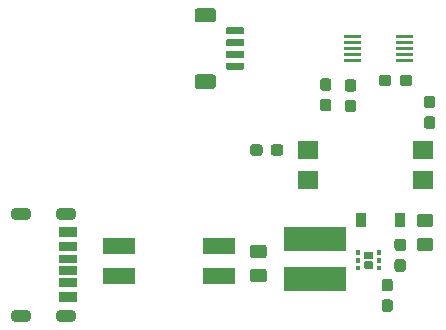
<source format=gtp>
G04 #@! TF.GenerationSoftware,KiCad,Pcbnew,(5.1.5-0)*
G04 #@! TF.CreationDate,2021-10-12T13:01:33-06:00*
G04 #@! TF.ProjectId,TPS61165-heater,54505336-3131-4363-952d-686561746572,rev?*
G04 #@! TF.SameCoordinates,Original*
G04 #@! TF.FileFunction,Paste,Top*
G04 #@! TF.FilePolarity,Positive*
%FSLAX46Y46*%
G04 Gerber Fmt 4.6, Leading zero omitted, Abs format (unit mm)*
G04 Created by KiCad (PCBNEW (5.1.5-0)) date 2021-10-12 13:01:33*
%MOMM*%
%LPD*%
G04 APERTURE LIST*
%ADD10C,0.100000*%
%ADD11R,1.800000X1.600000*%
%ADD12R,5.300000X2.000000*%
%ADD13R,2.825000X1.400000*%
%ADD14O,1.800000X1.100000*%
%ADD15R,1.500000X0.800000*%
%ADD16R,1.500000X0.760000*%
%ADD17R,1.500000X0.700000*%
%ADD18R,0.900000X1.200000*%
G04 APERTURE END LIST*
D10*
G36*
X123224000Y-80650000D02*
G01*
X123224000Y-81450000D01*
X121726000Y-81450000D01*
X121726000Y-80650000D01*
X123224000Y-80650000D01*
G37*
G36*
X123224000Y-81900000D02*
G01*
X123224000Y-82660000D01*
X121726000Y-82660000D01*
X121726000Y-81900000D01*
X123224000Y-81900000D01*
G37*
G36*
X123224000Y-82949000D02*
G01*
X123224000Y-83650000D01*
X121726000Y-83650000D01*
X121726000Y-82949000D01*
X123224000Y-82949000D01*
G37*
G36*
X123224000Y-83950000D02*
G01*
X123224000Y-84651000D01*
X121726000Y-84651000D01*
X121726000Y-83950000D01*
X123224000Y-83950000D01*
G37*
G36*
X123224000Y-84940000D02*
G01*
X123224000Y-85700000D01*
X121726000Y-85700000D01*
X121726000Y-84940000D01*
X123224000Y-84940000D01*
G37*
G36*
X123224000Y-86149000D02*
G01*
X123224000Y-86950000D01*
X121726000Y-86950000D01*
X121726000Y-86149000D01*
X123224000Y-86149000D01*
G37*
D11*
X152576000Y-74130000D03*
X152576000Y-76670000D03*
X142824000Y-76670000D03*
X142824000Y-74130000D03*
D12*
X143400000Y-81600000D03*
X143400000Y-85000000D03*
D10*
G36*
X151657351Y-64350361D02*
G01*
X151664632Y-64351441D01*
X151671771Y-64353229D01*
X151678701Y-64355709D01*
X151685355Y-64358856D01*
X151691668Y-64362640D01*
X151697579Y-64367024D01*
X151703033Y-64371967D01*
X151707976Y-64377421D01*
X151712360Y-64383332D01*
X151716144Y-64389645D01*
X151719291Y-64396299D01*
X151721771Y-64403229D01*
X151723559Y-64410368D01*
X151724639Y-64417649D01*
X151725000Y-64425000D01*
X151725000Y-64575000D01*
X151724639Y-64582351D01*
X151723559Y-64589632D01*
X151721771Y-64596771D01*
X151719291Y-64603701D01*
X151716144Y-64610355D01*
X151712360Y-64616668D01*
X151707976Y-64622579D01*
X151703033Y-64628033D01*
X151697579Y-64632976D01*
X151691668Y-64637360D01*
X151685355Y-64641144D01*
X151678701Y-64644291D01*
X151671771Y-64646771D01*
X151664632Y-64648559D01*
X151657351Y-64649639D01*
X151650000Y-64650000D01*
X150350000Y-64650000D01*
X150342649Y-64649639D01*
X150335368Y-64648559D01*
X150328229Y-64646771D01*
X150321299Y-64644291D01*
X150314645Y-64641144D01*
X150308332Y-64637360D01*
X150302421Y-64632976D01*
X150296967Y-64628033D01*
X150292024Y-64622579D01*
X150287640Y-64616668D01*
X150283856Y-64610355D01*
X150280709Y-64603701D01*
X150278229Y-64596771D01*
X150276441Y-64589632D01*
X150275361Y-64582351D01*
X150275000Y-64575000D01*
X150275000Y-64425000D01*
X150275361Y-64417649D01*
X150276441Y-64410368D01*
X150278229Y-64403229D01*
X150280709Y-64396299D01*
X150283856Y-64389645D01*
X150287640Y-64383332D01*
X150292024Y-64377421D01*
X150296967Y-64371967D01*
X150302421Y-64367024D01*
X150308332Y-64362640D01*
X150314645Y-64358856D01*
X150321299Y-64355709D01*
X150328229Y-64353229D01*
X150335368Y-64351441D01*
X150342649Y-64350361D01*
X150350000Y-64350000D01*
X151650000Y-64350000D01*
X151657351Y-64350361D01*
G37*
G36*
X151657351Y-64850361D02*
G01*
X151664632Y-64851441D01*
X151671771Y-64853229D01*
X151678701Y-64855709D01*
X151685355Y-64858856D01*
X151691668Y-64862640D01*
X151697579Y-64867024D01*
X151703033Y-64871967D01*
X151707976Y-64877421D01*
X151712360Y-64883332D01*
X151716144Y-64889645D01*
X151719291Y-64896299D01*
X151721771Y-64903229D01*
X151723559Y-64910368D01*
X151724639Y-64917649D01*
X151725000Y-64925000D01*
X151725000Y-65075000D01*
X151724639Y-65082351D01*
X151723559Y-65089632D01*
X151721771Y-65096771D01*
X151719291Y-65103701D01*
X151716144Y-65110355D01*
X151712360Y-65116668D01*
X151707976Y-65122579D01*
X151703033Y-65128033D01*
X151697579Y-65132976D01*
X151691668Y-65137360D01*
X151685355Y-65141144D01*
X151678701Y-65144291D01*
X151671771Y-65146771D01*
X151664632Y-65148559D01*
X151657351Y-65149639D01*
X151650000Y-65150000D01*
X150350000Y-65150000D01*
X150342649Y-65149639D01*
X150335368Y-65148559D01*
X150328229Y-65146771D01*
X150321299Y-65144291D01*
X150314645Y-65141144D01*
X150308332Y-65137360D01*
X150302421Y-65132976D01*
X150296967Y-65128033D01*
X150292024Y-65122579D01*
X150287640Y-65116668D01*
X150283856Y-65110355D01*
X150280709Y-65103701D01*
X150278229Y-65096771D01*
X150276441Y-65089632D01*
X150275361Y-65082351D01*
X150275000Y-65075000D01*
X150275000Y-64925000D01*
X150275361Y-64917649D01*
X150276441Y-64910368D01*
X150278229Y-64903229D01*
X150280709Y-64896299D01*
X150283856Y-64889645D01*
X150287640Y-64883332D01*
X150292024Y-64877421D01*
X150296967Y-64871967D01*
X150302421Y-64867024D01*
X150308332Y-64862640D01*
X150314645Y-64858856D01*
X150321299Y-64855709D01*
X150328229Y-64853229D01*
X150335368Y-64851441D01*
X150342649Y-64850361D01*
X150350000Y-64850000D01*
X151650000Y-64850000D01*
X151657351Y-64850361D01*
G37*
G36*
X151657351Y-65350361D02*
G01*
X151664632Y-65351441D01*
X151671771Y-65353229D01*
X151678701Y-65355709D01*
X151685355Y-65358856D01*
X151691668Y-65362640D01*
X151697579Y-65367024D01*
X151703033Y-65371967D01*
X151707976Y-65377421D01*
X151712360Y-65383332D01*
X151716144Y-65389645D01*
X151719291Y-65396299D01*
X151721771Y-65403229D01*
X151723559Y-65410368D01*
X151724639Y-65417649D01*
X151725000Y-65425000D01*
X151725000Y-65575000D01*
X151724639Y-65582351D01*
X151723559Y-65589632D01*
X151721771Y-65596771D01*
X151719291Y-65603701D01*
X151716144Y-65610355D01*
X151712360Y-65616668D01*
X151707976Y-65622579D01*
X151703033Y-65628033D01*
X151697579Y-65632976D01*
X151691668Y-65637360D01*
X151685355Y-65641144D01*
X151678701Y-65644291D01*
X151671771Y-65646771D01*
X151664632Y-65648559D01*
X151657351Y-65649639D01*
X151650000Y-65650000D01*
X150350000Y-65650000D01*
X150342649Y-65649639D01*
X150335368Y-65648559D01*
X150328229Y-65646771D01*
X150321299Y-65644291D01*
X150314645Y-65641144D01*
X150308332Y-65637360D01*
X150302421Y-65632976D01*
X150296967Y-65628033D01*
X150292024Y-65622579D01*
X150287640Y-65616668D01*
X150283856Y-65610355D01*
X150280709Y-65603701D01*
X150278229Y-65596771D01*
X150276441Y-65589632D01*
X150275361Y-65582351D01*
X150275000Y-65575000D01*
X150275000Y-65425000D01*
X150275361Y-65417649D01*
X150276441Y-65410368D01*
X150278229Y-65403229D01*
X150280709Y-65396299D01*
X150283856Y-65389645D01*
X150287640Y-65383332D01*
X150292024Y-65377421D01*
X150296967Y-65371967D01*
X150302421Y-65367024D01*
X150308332Y-65362640D01*
X150314645Y-65358856D01*
X150321299Y-65355709D01*
X150328229Y-65353229D01*
X150335368Y-65351441D01*
X150342649Y-65350361D01*
X150350000Y-65350000D01*
X151650000Y-65350000D01*
X151657351Y-65350361D01*
G37*
G36*
X151657351Y-65850361D02*
G01*
X151664632Y-65851441D01*
X151671771Y-65853229D01*
X151678701Y-65855709D01*
X151685355Y-65858856D01*
X151691668Y-65862640D01*
X151697579Y-65867024D01*
X151703033Y-65871967D01*
X151707976Y-65877421D01*
X151712360Y-65883332D01*
X151716144Y-65889645D01*
X151719291Y-65896299D01*
X151721771Y-65903229D01*
X151723559Y-65910368D01*
X151724639Y-65917649D01*
X151725000Y-65925000D01*
X151725000Y-66075000D01*
X151724639Y-66082351D01*
X151723559Y-66089632D01*
X151721771Y-66096771D01*
X151719291Y-66103701D01*
X151716144Y-66110355D01*
X151712360Y-66116668D01*
X151707976Y-66122579D01*
X151703033Y-66128033D01*
X151697579Y-66132976D01*
X151691668Y-66137360D01*
X151685355Y-66141144D01*
X151678701Y-66144291D01*
X151671771Y-66146771D01*
X151664632Y-66148559D01*
X151657351Y-66149639D01*
X151650000Y-66150000D01*
X150350000Y-66150000D01*
X150342649Y-66149639D01*
X150335368Y-66148559D01*
X150328229Y-66146771D01*
X150321299Y-66144291D01*
X150314645Y-66141144D01*
X150308332Y-66137360D01*
X150302421Y-66132976D01*
X150296967Y-66128033D01*
X150292024Y-66122579D01*
X150287640Y-66116668D01*
X150283856Y-66110355D01*
X150280709Y-66103701D01*
X150278229Y-66096771D01*
X150276441Y-66089632D01*
X150275361Y-66082351D01*
X150275000Y-66075000D01*
X150275000Y-65925000D01*
X150275361Y-65917649D01*
X150276441Y-65910368D01*
X150278229Y-65903229D01*
X150280709Y-65896299D01*
X150283856Y-65889645D01*
X150287640Y-65883332D01*
X150292024Y-65877421D01*
X150296967Y-65871967D01*
X150302421Y-65867024D01*
X150308332Y-65862640D01*
X150314645Y-65858856D01*
X150321299Y-65855709D01*
X150328229Y-65853229D01*
X150335368Y-65851441D01*
X150342649Y-65850361D01*
X150350000Y-65850000D01*
X151650000Y-65850000D01*
X151657351Y-65850361D01*
G37*
G36*
X151657351Y-66350361D02*
G01*
X151664632Y-66351441D01*
X151671771Y-66353229D01*
X151678701Y-66355709D01*
X151685355Y-66358856D01*
X151691668Y-66362640D01*
X151697579Y-66367024D01*
X151703033Y-66371967D01*
X151707976Y-66377421D01*
X151712360Y-66383332D01*
X151716144Y-66389645D01*
X151719291Y-66396299D01*
X151721771Y-66403229D01*
X151723559Y-66410368D01*
X151724639Y-66417649D01*
X151725000Y-66425000D01*
X151725000Y-66575000D01*
X151724639Y-66582351D01*
X151723559Y-66589632D01*
X151721771Y-66596771D01*
X151719291Y-66603701D01*
X151716144Y-66610355D01*
X151712360Y-66616668D01*
X151707976Y-66622579D01*
X151703033Y-66628033D01*
X151697579Y-66632976D01*
X151691668Y-66637360D01*
X151685355Y-66641144D01*
X151678701Y-66644291D01*
X151671771Y-66646771D01*
X151664632Y-66648559D01*
X151657351Y-66649639D01*
X151650000Y-66650000D01*
X150350000Y-66650000D01*
X150342649Y-66649639D01*
X150335368Y-66648559D01*
X150328229Y-66646771D01*
X150321299Y-66644291D01*
X150314645Y-66641144D01*
X150308332Y-66637360D01*
X150302421Y-66632976D01*
X150296967Y-66628033D01*
X150292024Y-66622579D01*
X150287640Y-66616668D01*
X150283856Y-66610355D01*
X150280709Y-66603701D01*
X150278229Y-66596771D01*
X150276441Y-66589632D01*
X150275361Y-66582351D01*
X150275000Y-66575000D01*
X150275000Y-66425000D01*
X150275361Y-66417649D01*
X150276441Y-66410368D01*
X150278229Y-66403229D01*
X150280709Y-66396299D01*
X150283856Y-66389645D01*
X150287640Y-66383332D01*
X150292024Y-66377421D01*
X150296967Y-66371967D01*
X150302421Y-66367024D01*
X150308332Y-66362640D01*
X150314645Y-66358856D01*
X150321299Y-66355709D01*
X150328229Y-66353229D01*
X150335368Y-66351441D01*
X150342649Y-66350361D01*
X150350000Y-66350000D01*
X151650000Y-66350000D01*
X151657351Y-66350361D01*
G37*
G36*
X147257351Y-66350361D02*
G01*
X147264632Y-66351441D01*
X147271771Y-66353229D01*
X147278701Y-66355709D01*
X147285355Y-66358856D01*
X147291668Y-66362640D01*
X147297579Y-66367024D01*
X147303033Y-66371967D01*
X147307976Y-66377421D01*
X147312360Y-66383332D01*
X147316144Y-66389645D01*
X147319291Y-66396299D01*
X147321771Y-66403229D01*
X147323559Y-66410368D01*
X147324639Y-66417649D01*
X147325000Y-66425000D01*
X147325000Y-66575000D01*
X147324639Y-66582351D01*
X147323559Y-66589632D01*
X147321771Y-66596771D01*
X147319291Y-66603701D01*
X147316144Y-66610355D01*
X147312360Y-66616668D01*
X147307976Y-66622579D01*
X147303033Y-66628033D01*
X147297579Y-66632976D01*
X147291668Y-66637360D01*
X147285355Y-66641144D01*
X147278701Y-66644291D01*
X147271771Y-66646771D01*
X147264632Y-66648559D01*
X147257351Y-66649639D01*
X147250000Y-66650000D01*
X145950000Y-66650000D01*
X145942649Y-66649639D01*
X145935368Y-66648559D01*
X145928229Y-66646771D01*
X145921299Y-66644291D01*
X145914645Y-66641144D01*
X145908332Y-66637360D01*
X145902421Y-66632976D01*
X145896967Y-66628033D01*
X145892024Y-66622579D01*
X145887640Y-66616668D01*
X145883856Y-66610355D01*
X145880709Y-66603701D01*
X145878229Y-66596771D01*
X145876441Y-66589632D01*
X145875361Y-66582351D01*
X145875000Y-66575000D01*
X145875000Y-66425000D01*
X145875361Y-66417649D01*
X145876441Y-66410368D01*
X145878229Y-66403229D01*
X145880709Y-66396299D01*
X145883856Y-66389645D01*
X145887640Y-66383332D01*
X145892024Y-66377421D01*
X145896967Y-66371967D01*
X145902421Y-66367024D01*
X145908332Y-66362640D01*
X145914645Y-66358856D01*
X145921299Y-66355709D01*
X145928229Y-66353229D01*
X145935368Y-66351441D01*
X145942649Y-66350361D01*
X145950000Y-66350000D01*
X147250000Y-66350000D01*
X147257351Y-66350361D01*
G37*
G36*
X147257351Y-65850361D02*
G01*
X147264632Y-65851441D01*
X147271771Y-65853229D01*
X147278701Y-65855709D01*
X147285355Y-65858856D01*
X147291668Y-65862640D01*
X147297579Y-65867024D01*
X147303033Y-65871967D01*
X147307976Y-65877421D01*
X147312360Y-65883332D01*
X147316144Y-65889645D01*
X147319291Y-65896299D01*
X147321771Y-65903229D01*
X147323559Y-65910368D01*
X147324639Y-65917649D01*
X147325000Y-65925000D01*
X147325000Y-66075000D01*
X147324639Y-66082351D01*
X147323559Y-66089632D01*
X147321771Y-66096771D01*
X147319291Y-66103701D01*
X147316144Y-66110355D01*
X147312360Y-66116668D01*
X147307976Y-66122579D01*
X147303033Y-66128033D01*
X147297579Y-66132976D01*
X147291668Y-66137360D01*
X147285355Y-66141144D01*
X147278701Y-66144291D01*
X147271771Y-66146771D01*
X147264632Y-66148559D01*
X147257351Y-66149639D01*
X147250000Y-66150000D01*
X145950000Y-66150000D01*
X145942649Y-66149639D01*
X145935368Y-66148559D01*
X145928229Y-66146771D01*
X145921299Y-66144291D01*
X145914645Y-66141144D01*
X145908332Y-66137360D01*
X145902421Y-66132976D01*
X145896967Y-66128033D01*
X145892024Y-66122579D01*
X145887640Y-66116668D01*
X145883856Y-66110355D01*
X145880709Y-66103701D01*
X145878229Y-66096771D01*
X145876441Y-66089632D01*
X145875361Y-66082351D01*
X145875000Y-66075000D01*
X145875000Y-65925000D01*
X145875361Y-65917649D01*
X145876441Y-65910368D01*
X145878229Y-65903229D01*
X145880709Y-65896299D01*
X145883856Y-65889645D01*
X145887640Y-65883332D01*
X145892024Y-65877421D01*
X145896967Y-65871967D01*
X145902421Y-65867024D01*
X145908332Y-65862640D01*
X145914645Y-65858856D01*
X145921299Y-65855709D01*
X145928229Y-65853229D01*
X145935368Y-65851441D01*
X145942649Y-65850361D01*
X145950000Y-65850000D01*
X147250000Y-65850000D01*
X147257351Y-65850361D01*
G37*
G36*
X147257351Y-65350361D02*
G01*
X147264632Y-65351441D01*
X147271771Y-65353229D01*
X147278701Y-65355709D01*
X147285355Y-65358856D01*
X147291668Y-65362640D01*
X147297579Y-65367024D01*
X147303033Y-65371967D01*
X147307976Y-65377421D01*
X147312360Y-65383332D01*
X147316144Y-65389645D01*
X147319291Y-65396299D01*
X147321771Y-65403229D01*
X147323559Y-65410368D01*
X147324639Y-65417649D01*
X147325000Y-65425000D01*
X147325000Y-65575000D01*
X147324639Y-65582351D01*
X147323559Y-65589632D01*
X147321771Y-65596771D01*
X147319291Y-65603701D01*
X147316144Y-65610355D01*
X147312360Y-65616668D01*
X147307976Y-65622579D01*
X147303033Y-65628033D01*
X147297579Y-65632976D01*
X147291668Y-65637360D01*
X147285355Y-65641144D01*
X147278701Y-65644291D01*
X147271771Y-65646771D01*
X147264632Y-65648559D01*
X147257351Y-65649639D01*
X147250000Y-65650000D01*
X145950000Y-65650000D01*
X145942649Y-65649639D01*
X145935368Y-65648559D01*
X145928229Y-65646771D01*
X145921299Y-65644291D01*
X145914645Y-65641144D01*
X145908332Y-65637360D01*
X145902421Y-65632976D01*
X145896967Y-65628033D01*
X145892024Y-65622579D01*
X145887640Y-65616668D01*
X145883856Y-65610355D01*
X145880709Y-65603701D01*
X145878229Y-65596771D01*
X145876441Y-65589632D01*
X145875361Y-65582351D01*
X145875000Y-65575000D01*
X145875000Y-65425000D01*
X145875361Y-65417649D01*
X145876441Y-65410368D01*
X145878229Y-65403229D01*
X145880709Y-65396299D01*
X145883856Y-65389645D01*
X145887640Y-65383332D01*
X145892024Y-65377421D01*
X145896967Y-65371967D01*
X145902421Y-65367024D01*
X145908332Y-65362640D01*
X145914645Y-65358856D01*
X145921299Y-65355709D01*
X145928229Y-65353229D01*
X145935368Y-65351441D01*
X145942649Y-65350361D01*
X145950000Y-65350000D01*
X147250000Y-65350000D01*
X147257351Y-65350361D01*
G37*
G36*
X147257351Y-64850361D02*
G01*
X147264632Y-64851441D01*
X147271771Y-64853229D01*
X147278701Y-64855709D01*
X147285355Y-64858856D01*
X147291668Y-64862640D01*
X147297579Y-64867024D01*
X147303033Y-64871967D01*
X147307976Y-64877421D01*
X147312360Y-64883332D01*
X147316144Y-64889645D01*
X147319291Y-64896299D01*
X147321771Y-64903229D01*
X147323559Y-64910368D01*
X147324639Y-64917649D01*
X147325000Y-64925000D01*
X147325000Y-65075000D01*
X147324639Y-65082351D01*
X147323559Y-65089632D01*
X147321771Y-65096771D01*
X147319291Y-65103701D01*
X147316144Y-65110355D01*
X147312360Y-65116668D01*
X147307976Y-65122579D01*
X147303033Y-65128033D01*
X147297579Y-65132976D01*
X147291668Y-65137360D01*
X147285355Y-65141144D01*
X147278701Y-65144291D01*
X147271771Y-65146771D01*
X147264632Y-65148559D01*
X147257351Y-65149639D01*
X147250000Y-65150000D01*
X145950000Y-65150000D01*
X145942649Y-65149639D01*
X145935368Y-65148559D01*
X145928229Y-65146771D01*
X145921299Y-65144291D01*
X145914645Y-65141144D01*
X145908332Y-65137360D01*
X145902421Y-65132976D01*
X145896967Y-65128033D01*
X145892024Y-65122579D01*
X145887640Y-65116668D01*
X145883856Y-65110355D01*
X145880709Y-65103701D01*
X145878229Y-65096771D01*
X145876441Y-65089632D01*
X145875361Y-65082351D01*
X145875000Y-65075000D01*
X145875000Y-64925000D01*
X145875361Y-64917649D01*
X145876441Y-64910368D01*
X145878229Y-64903229D01*
X145880709Y-64896299D01*
X145883856Y-64889645D01*
X145887640Y-64883332D01*
X145892024Y-64877421D01*
X145896967Y-64871967D01*
X145902421Y-64867024D01*
X145908332Y-64862640D01*
X145914645Y-64858856D01*
X145921299Y-64855709D01*
X145928229Y-64853229D01*
X145935368Y-64851441D01*
X145942649Y-64850361D01*
X145950000Y-64850000D01*
X147250000Y-64850000D01*
X147257351Y-64850361D01*
G37*
G36*
X147257351Y-64350361D02*
G01*
X147264632Y-64351441D01*
X147271771Y-64353229D01*
X147278701Y-64355709D01*
X147285355Y-64358856D01*
X147291668Y-64362640D01*
X147297579Y-64367024D01*
X147303033Y-64371967D01*
X147307976Y-64377421D01*
X147312360Y-64383332D01*
X147316144Y-64389645D01*
X147319291Y-64396299D01*
X147321771Y-64403229D01*
X147323559Y-64410368D01*
X147324639Y-64417649D01*
X147325000Y-64425000D01*
X147325000Y-64575000D01*
X147324639Y-64582351D01*
X147323559Y-64589632D01*
X147321771Y-64596771D01*
X147319291Y-64603701D01*
X147316144Y-64610355D01*
X147312360Y-64616668D01*
X147307976Y-64622579D01*
X147303033Y-64628033D01*
X147297579Y-64632976D01*
X147291668Y-64637360D01*
X147285355Y-64641144D01*
X147278701Y-64644291D01*
X147271771Y-64646771D01*
X147264632Y-64648559D01*
X147257351Y-64649639D01*
X147250000Y-64650000D01*
X145950000Y-64650000D01*
X145942649Y-64649639D01*
X145935368Y-64648559D01*
X145928229Y-64646771D01*
X145921299Y-64644291D01*
X145914645Y-64641144D01*
X145908332Y-64637360D01*
X145902421Y-64632976D01*
X145896967Y-64628033D01*
X145892024Y-64622579D01*
X145887640Y-64616668D01*
X145883856Y-64610355D01*
X145880709Y-64603701D01*
X145878229Y-64596771D01*
X145876441Y-64589632D01*
X145875361Y-64582351D01*
X145875000Y-64575000D01*
X145875000Y-64425000D01*
X145875361Y-64417649D01*
X145876441Y-64410368D01*
X145878229Y-64403229D01*
X145880709Y-64396299D01*
X145883856Y-64389645D01*
X145887640Y-64383332D01*
X145892024Y-64377421D01*
X145896967Y-64371967D01*
X145902421Y-64367024D01*
X145908332Y-64362640D01*
X145914645Y-64358856D01*
X145921299Y-64355709D01*
X145928229Y-64353229D01*
X145935368Y-64351441D01*
X145942649Y-64350361D01*
X145950000Y-64350000D01*
X147250000Y-64350000D01*
X147257351Y-64350361D01*
G37*
G36*
X146660779Y-69851144D02*
G01*
X146683834Y-69854563D01*
X146706443Y-69860227D01*
X146728387Y-69868079D01*
X146749457Y-69878044D01*
X146769448Y-69890026D01*
X146788168Y-69903910D01*
X146805438Y-69919562D01*
X146821090Y-69936832D01*
X146834974Y-69955552D01*
X146846956Y-69975543D01*
X146856921Y-69996613D01*
X146864773Y-70018557D01*
X146870437Y-70041166D01*
X146873856Y-70064221D01*
X146875000Y-70087500D01*
X146875000Y-70662500D01*
X146873856Y-70685779D01*
X146870437Y-70708834D01*
X146864773Y-70731443D01*
X146856921Y-70753387D01*
X146846956Y-70774457D01*
X146834974Y-70794448D01*
X146821090Y-70813168D01*
X146805438Y-70830438D01*
X146788168Y-70846090D01*
X146769448Y-70859974D01*
X146749457Y-70871956D01*
X146728387Y-70881921D01*
X146706443Y-70889773D01*
X146683834Y-70895437D01*
X146660779Y-70898856D01*
X146637500Y-70900000D01*
X146162500Y-70900000D01*
X146139221Y-70898856D01*
X146116166Y-70895437D01*
X146093557Y-70889773D01*
X146071613Y-70881921D01*
X146050543Y-70871956D01*
X146030552Y-70859974D01*
X146011832Y-70846090D01*
X145994562Y-70830438D01*
X145978910Y-70813168D01*
X145965026Y-70794448D01*
X145953044Y-70774457D01*
X145943079Y-70753387D01*
X145935227Y-70731443D01*
X145929563Y-70708834D01*
X145926144Y-70685779D01*
X145925000Y-70662500D01*
X145925000Y-70087500D01*
X145926144Y-70064221D01*
X145929563Y-70041166D01*
X145935227Y-70018557D01*
X145943079Y-69996613D01*
X145953044Y-69975543D01*
X145965026Y-69955552D01*
X145978910Y-69936832D01*
X145994562Y-69919562D01*
X146011832Y-69903910D01*
X146030552Y-69890026D01*
X146050543Y-69878044D01*
X146071613Y-69868079D01*
X146093557Y-69860227D01*
X146116166Y-69854563D01*
X146139221Y-69851144D01*
X146162500Y-69850000D01*
X146637500Y-69850000D01*
X146660779Y-69851144D01*
G37*
G36*
X146660779Y-68101144D02*
G01*
X146683834Y-68104563D01*
X146706443Y-68110227D01*
X146728387Y-68118079D01*
X146749457Y-68128044D01*
X146769448Y-68140026D01*
X146788168Y-68153910D01*
X146805438Y-68169562D01*
X146821090Y-68186832D01*
X146834974Y-68205552D01*
X146846956Y-68225543D01*
X146856921Y-68246613D01*
X146864773Y-68268557D01*
X146870437Y-68291166D01*
X146873856Y-68314221D01*
X146875000Y-68337500D01*
X146875000Y-68912500D01*
X146873856Y-68935779D01*
X146870437Y-68958834D01*
X146864773Y-68981443D01*
X146856921Y-69003387D01*
X146846956Y-69024457D01*
X146834974Y-69044448D01*
X146821090Y-69063168D01*
X146805438Y-69080438D01*
X146788168Y-69096090D01*
X146769448Y-69109974D01*
X146749457Y-69121956D01*
X146728387Y-69131921D01*
X146706443Y-69139773D01*
X146683834Y-69145437D01*
X146660779Y-69148856D01*
X146637500Y-69150000D01*
X146162500Y-69150000D01*
X146139221Y-69148856D01*
X146116166Y-69145437D01*
X146093557Y-69139773D01*
X146071613Y-69131921D01*
X146050543Y-69121956D01*
X146030552Y-69109974D01*
X146011832Y-69096090D01*
X145994562Y-69080438D01*
X145978910Y-69063168D01*
X145965026Y-69044448D01*
X145953044Y-69024457D01*
X145943079Y-69003387D01*
X145935227Y-68981443D01*
X145929563Y-68958834D01*
X145926144Y-68935779D01*
X145925000Y-68912500D01*
X145925000Y-68337500D01*
X145926144Y-68314221D01*
X145929563Y-68291166D01*
X145935227Y-68268557D01*
X145943079Y-68246613D01*
X145953044Y-68225543D01*
X145965026Y-68205552D01*
X145978910Y-68186832D01*
X145994562Y-68169562D01*
X146011832Y-68153910D01*
X146030552Y-68140026D01*
X146050543Y-68128044D01*
X146071613Y-68118079D01*
X146093557Y-68110227D01*
X146116166Y-68104563D01*
X146139221Y-68101144D01*
X146162500Y-68100000D01*
X146637500Y-68100000D01*
X146660779Y-68101144D01*
G37*
G36*
X144560779Y-69776144D02*
G01*
X144583834Y-69779563D01*
X144606443Y-69785227D01*
X144628387Y-69793079D01*
X144649457Y-69803044D01*
X144669448Y-69815026D01*
X144688168Y-69828910D01*
X144705438Y-69844562D01*
X144721090Y-69861832D01*
X144734974Y-69880552D01*
X144746956Y-69900543D01*
X144756921Y-69921613D01*
X144764773Y-69943557D01*
X144770437Y-69966166D01*
X144773856Y-69989221D01*
X144775000Y-70012500D01*
X144775000Y-70587500D01*
X144773856Y-70610779D01*
X144770437Y-70633834D01*
X144764773Y-70656443D01*
X144756921Y-70678387D01*
X144746956Y-70699457D01*
X144734974Y-70719448D01*
X144721090Y-70738168D01*
X144705438Y-70755438D01*
X144688168Y-70771090D01*
X144669448Y-70784974D01*
X144649457Y-70796956D01*
X144628387Y-70806921D01*
X144606443Y-70814773D01*
X144583834Y-70820437D01*
X144560779Y-70823856D01*
X144537500Y-70825000D01*
X144062500Y-70825000D01*
X144039221Y-70823856D01*
X144016166Y-70820437D01*
X143993557Y-70814773D01*
X143971613Y-70806921D01*
X143950543Y-70796956D01*
X143930552Y-70784974D01*
X143911832Y-70771090D01*
X143894562Y-70755438D01*
X143878910Y-70738168D01*
X143865026Y-70719448D01*
X143853044Y-70699457D01*
X143843079Y-70678387D01*
X143835227Y-70656443D01*
X143829563Y-70633834D01*
X143826144Y-70610779D01*
X143825000Y-70587500D01*
X143825000Y-70012500D01*
X143826144Y-69989221D01*
X143829563Y-69966166D01*
X143835227Y-69943557D01*
X143843079Y-69921613D01*
X143853044Y-69900543D01*
X143865026Y-69880552D01*
X143878910Y-69861832D01*
X143894562Y-69844562D01*
X143911832Y-69828910D01*
X143930552Y-69815026D01*
X143950543Y-69803044D01*
X143971613Y-69793079D01*
X143993557Y-69785227D01*
X144016166Y-69779563D01*
X144039221Y-69776144D01*
X144062500Y-69775000D01*
X144537500Y-69775000D01*
X144560779Y-69776144D01*
G37*
G36*
X144560779Y-68026144D02*
G01*
X144583834Y-68029563D01*
X144606443Y-68035227D01*
X144628387Y-68043079D01*
X144649457Y-68053044D01*
X144669448Y-68065026D01*
X144688168Y-68078910D01*
X144705438Y-68094562D01*
X144721090Y-68111832D01*
X144734974Y-68130552D01*
X144746956Y-68150543D01*
X144756921Y-68171613D01*
X144764773Y-68193557D01*
X144770437Y-68216166D01*
X144773856Y-68239221D01*
X144775000Y-68262500D01*
X144775000Y-68837500D01*
X144773856Y-68860779D01*
X144770437Y-68883834D01*
X144764773Y-68906443D01*
X144756921Y-68928387D01*
X144746956Y-68949457D01*
X144734974Y-68969448D01*
X144721090Y-68988168D01*
X144705438Y-69005438D01*
X144688168Y-69021090D01*
X144669448Y-69034974D01*
X144649457Y-69046956D01*
X144628387Y-69056921D01*
X144606443Y-69064773D01*
X144583834Y-69070437D01*
X144560779Y-69073856D01*
X144537500Y-69075000D01*
X144062500Y-69075000D01*
X144039221Y-69073856D01*
X144016166Y-69070437D01*
X143993557Y-69064773D01*
X143971613Y-69056921D01*
X143950543Y-69046956D01*
X143930552Y-69034974D01*
X143911832Y-69021090D01*
X143894562Y-69005438D01*
X143878910Y-68988168D01*
X143865026Y-68969448D01*
X143853044Y-68949457D01*
X143843079Y-68928387D01*
X143835227Y-68906443D01*
X143829563Y-68883834D01*
X143826144Y-68860779D01*
X143825000Y-68837500D01*
X143825000Y-68262500D01*
X143826144Y-68239221D01*
X143829563Y-68216166D01*
X143835227Y-68193557D01*
X143843079Y-68171613D01*
X143853044Y-68150543D01*
X143865026Y-68130552D01*
X143878910Y-68111832D01*
X143894562Y-68094562D01*
X143911832Y-68078910D01*
X143930552Y-68065026D01*
X143950543Y-68053044D01*
X143971613Y-68043079D01*
X143993557Y-68035227D01*
X144016166Y-68029563D01*
X144039221Y-68026144D01*
X144062500Y-68025000D01*
X144537500Y-68025000D01*
X144560779Y-68026144D01*
G37*
G36*
X153360779Y-71251144D02*
G01*
X153383834Y-71254563D01*
X153406443Y-71260227D01*
X153428387Y-71268079D01*
X153449457Y-71278044D01*
X153469448Y-71290026D01*
X153488168Y-71303910D01*
X153505438Y-71319562D01*
X153521090Y-71336832D01*
X153534974Y-71355552D01*
X153546956Y-71375543D01*
X153556921Y-71396613D01*
X153564773Y-71418557D01*
X153570437Y-71441166D01*
X153573856Y-71464221D01*
X153575000Y-71487500D01*
X153575000Y-72062500D01*
X153573856Y-72085779D01*
X153570437Y-72108834D01*
X153564773Y-72131443D01*
X153556921Y-72153387D01*
X153546956Y-72174457D01*
X153534974Y-72194448D01*
X153521090Y-72213168D01*
X153505438Y-72230438D01*
X153488168Y-72246090D01*
X153469448Y-72259974D01*
X153449457Y-72271956D01*
X153428387Y-72281921D01*
X153406443Y-72289773D01*
X153383834Y-72295437D01*
X153360779Y-72298856D01*
X153337500Y-72300000D01*
X152862500Y-72300000D01*
X152839221Y-72298856D01*
X152816166Y-72295437D01*
X152793557Y-72289773D01*
X152771613Y-72281921D01*
X152750543Y-72271956D01*
X152730552Y-72259974D01*
X152711832Y-72246090D01*
X152694562Y-72230438D01*
X152678910Y-72213168D01*
X152665026Y-72194448D01*
X152653044Y-72174457D01*
X152643079Y-72153387D01*
X152635227Y-72131443D01*
X152629563Y-72108834D01*
X152626144Y-72085779D01*
X152625000Y-72062500D01*
X152625000Y-71487500D01*
X152626144Y-71464221D01*
X152629563Y-71441166D01*
X152635227Y-71418557D01*
X152643079Y-71396613D01*
X152653044Y-71375543D01*
X152665026Y-71355552D01*
X152678910Y-71336832D01*
X152694562Y-71319562D01*
X152711832Y-71303910D01*
X152730552Y-71290026D01*
X152750543Y-71278044D01*
X152771613Y-71268079D01*
X152793557Y-71260227D01*
X152816166Y-71254563D01*
X152839221Y-71251144D01*
X152862500Y-71250000D01*
X153337500Y-71250000D01*
X153360779Y-71251144D01*
G37*
G36*
X153360779Y-69501144D02*
G01*
X153383834Y-69504563D01*
X153406443Y-69510227D01*
X153428387Y-69518079D01*
X153449457Y-69528044D01*
X153469448Y-69540026D01*
X153488168Y-69553910D01*
X153505438Y-69569562D01*
X153521090Y-69586832D01*
X153534974Y-69605552D01*
X153546956Y-69625543D01*
X153556921Y-69646613D01*
X153564773Y-69668557D01*
X153570437Y-69691166D01*
X153573856Y-69714221D01*
X153575000Y-69737500D01*
X153575000Y-70312500D01*
X153573856Y-70335779D01*
X153570437Y-70358834D01*
X153564773Y-70381443D01*
X153556921Y-70403387D01*
X153546956Y-70424457D01*
X153534974Y-70444448D01*
X153521090Y-70463168D01*
X153505438Y-70480438D01*
X153488168Y-70496090D01*
X153469448Y-70509974D01*
X153449457Y-70521956D01*
X153428387Y-70531921D01*
X153406443Y-70539773D01*
X153383834Y-70545437D01*
X153360779Y-70548856D01*
X153337500Y-70550000D01*
X152862500Y-70550000D01*
X152839221Y-70548856D01*
X152816166Y-70545437D01*
X152793557Y-70539773D01*
X152771613Y-70531921D01*
X152750543Y-70521956D01*
X152730552Y-70509974D01*
X152711832Y-70496090D01*
X152694562Y-70480438D01*
X152678910Y-70463168D01*
X152665026Y-70444448D01*
X152653044Y-70424457D01*
X152643079Y-70403387D01*
X152635227Y-70381443D01*
X152629563Y-70358834D01*
X152626144Y-70335779D01*
X152625000Y-70312500D01*
X152625000Y-69737500D01*
X152626144Y-69714221D01*
X152629563Y-69691166D01*
X152635227Y-69668557D01*
X152643079Y-69646613D01*
X152653044Y-69625543D01*
X152665026Y-69605552D01*
X152678910Y-69586832D01*
X152694562Y-69569562D01*
X152711832Y-69553910D01*
X152730552Y-69540026D01*
X152750543Y-69528044D01*
X152771613Y-69518079D01*
X152793557Y-69510227D01*
X152816166Y-69504563D01*
X152839221Y-69501144D01*
X152862500Y-69500000D01*
X153337500Y-69500000D01*
X153360779Y-69501144D01*
G37*
G36*
X134774505Y-62101204D02*
G01*
X134798773Y-62104804D01*
X134822572Y-62110765D01*
X134845671Y-62119030D01*
X134867850Y-62129520D01*
X134888893Y-62142132D01*
X134908599Y-62156747D01*
X134926777Y-62173223D01*
X134943253Y-62191401D01*
X134957868Y-62211107D01*
X134970480Y-62232150D01*
X134980970Y-62254329D01*
X134989235Y-62277428D01*
X134995196Y-62301227D01*
X134998796Y-62325495D01*
X135000000Y-62349999D01*
X135000000Y-63050001D01*
X134998796Y-63074505D01*
X134995196Y-63098773D01*
X134989235Y-63122572D01*
X134980970Y-63145671D01*
X134970480Y-63167850D01*
X134957868Y-63188893D01*
X134943253Y-63208599D01*
X134926777Y-63226777D01*
X134908599Y-63243253D01*
X134888893Y-63257868D01*
X134867850Y-63270480D01*
X134845671Y-63280970D01*
X134822572Y-63289235D01*
X134798773Y-63295196D01*
X134774505Y-63298796D01*
X134750001Y-63300000D01*
X133449999Y-63300000D01*
X133425495Y-63298796D01*
X133401227Y-63295196D01*
X133377428Y-63289235D01*
X133354329Y-63280970D01*
X133332150Y-63270480D01*
X133311107Y-63257868D01*
X133291401Y-63243253D01*
X133273223Y-63226777D01*
X133256747Y-63208599D01*
X133242132Y-63188893D01*
X133229520Y-63167850D01*
X133219030Y-63145671D01*
X133210765Y-63122572D01*
X133204804Y-63098773D01*
X133201204Y-63074505D01*
X133200000Y-63050001D01*
X133200000Y-62349999D01*
X133201204Y-62325495D01*
X133204804Y-62301227D01*
X133210765Y-62277428D01*
X133219030Y-62254329D01*
X133229520Y-62232150D01*
X133242132Y-62211107D01*
X133256747Y-62191401D01*
X133273223Y-62173223D01*
X133291401Y-62156747D01*
X133311107Y-62142132D01*
X133332150Y-62129520D01*
X133354329Y-62119030D01*
X133377428Y-62110765D01*
X133401227Y-62104804D01*
X133425495Y-62101204D01*
X133449999Y-62100000D01*
X134750001Y-62100000D01*
X134774505Y-62101204D01*
G37*
G36*
X134774505Y-67701204D02*
G01*
X134798773Y-67704804D01*
X134822572Y-67710765D01*
X134845671Y-67719030D01*
X134867850Y-67729520D01*
X134888893Y-67742132D01*
X134908599Y-67756747D01*
X134926777Y-67773223D01*
X134943253Y-67791401D01*
X134957868Y-67811107D01*
X134970480Y-67832150D01*
X134980970Y-67854329D01*
X134989235Y-67877428D01*
X134995196Y-67901227D01*
X134998796Y-67925495D01*
X135000000Y-67949999D01*
X135000000Y-68650001D01*
X134998796Y-68674505D01*
X134995196Y-68698773D01*
X134989235Y-68722572D01*
X134980970Y-68745671D01*
X134970480Y-68767850D01*
X134957868Y-68788893D01*
X134943253Y-68808599D01*
X134926777Y-68826777D01*
X134908599Y-68843253D01*
X134888893Y-68857868D01*
X134867850Y-68870480D01*
X134845671Y-68880970D01*
X134822572Y-68889235D01*
X134798773Y-68895196D01*
X134774505Y-68898796D01*
X134750001Y-68900000D01*
X133449999Y-68900000D01*
X133425495Y-68898796D01*
X133401227Y-68895196D01*
X133377428Y-68889235D01*
X133354329Y-68880970D01*
X133332150Y-68870480D01*
X133311107Y-68857868D01*
X133291401Y-68843253D01*
X133273223Y-68826777D01*
X133256747Y-68808599D01*
X133242132Y-68788893D01*
X133229520Y-68767850D01*
X133219030Y-68745671D01*
X133210765Y-68722572D01*
X133204804Y-68698773D01*
X133201204Y-68674505D01*
X133200000Y-68650001D01*
X133200000Y-67949999D01*
X133201204Y-67925495D01*
X133204804Y-67901227D01*
X133210765Y-67877428D01*
X133219030Y-67854329D01*
X133229520Y-67832150D01*
X133242132Y-67811107D01*
X133256747Y-67791401D01*
X133273223Y-67773223D01*
X133291401Y-67756747D01*
X133311107Y-67742132D01*
X133332150Y-67729520D01*
X133354329Y-67719030D01*
X133377428Y-67710765D01*
X133401227Y-67704804D01*
X133425495Y-67701204D01*
X133449999Y-67700000D01*
X134750001Y-67700000D01*
X134774505Y-67701204D01*
G37*
G36*
X137264703Y-63700722D02*
G01*
X137279264Y-63702882D01*
X137293543Y-63706459D01*
X137307403Y-63711418D01*
X137320710Y-63717712D01*
X137333336Y-63725280D01*
X137345159Y-63734048D01*
X137356066Y-63743934D01*
X137365952Y-63754841D01*
X137374720Y-63766664D01*
X137382288Y-63779290D01*
X137388582Y-63792597D01*
X137393541Y-63806457D01*
X137397118Y-63820736D01*
X137399278Y-63835297D01*
X137400000Y-63850000D01*
X137400000Y-64150000D01*
X137399278Y-64164703D01*
X137397118Y-64179264D01*
X137393541Y-64193543D01*
X137388582Y-64207403D01*
X137382288Y-64220710D01*
X137374720Y-64233336D01*
X137365952Y-64245159D01*
X137356066Y-64256066D01*
X137345159Y-64265952D01*
X137333336Y-64274720D01*
X137320710Y-64282288D01*
X137307403Y-64288582D01*
X137293543Y-64293541D01*
X137279264Y-64297118D01*
X137264703Y-64299278D01*
X137250000Y-64300000D01*
X136000000Y-64300000D01*
X135985297Y-64299278D01*
X135970736Y-64297118D01*
X135956457Y-64293541D01*
X135942597Y-64288582D01*
X135929290Y-64282288D01*
X135916664Y-64274720D01*
X135904841Y-64265952D01*
X135893934Y-64256066D01*
X135884048Y-64245159D01*
X135875280Y-64233336D01*
X135867712Y-64220710D01*
X135861418Y-64207403D01*
X135856459Y-64193543D01*
X135852882Y-64179264D01*
X135850722Y-64164703D01*
X135850000Y-64150000D01*
X135850000Y-63850000D01*
X135850722Y-63835297D01*
X135852882Y-63820736D01*
X135856459Y-63806457D01*
X135861418Y-63792597D01*
X135867712Y-63779290D01*
X135875280Y-63766664D01*
X135884048Y-63754841D01*
X135893934Y-63743934D01*
X135904841Y-63734048D01*
X135916664Y-63725280D01*
X135929290Y-63717712D01*
X135942597Y-63711418D01*
X135956457Y-63706459D01*
X135970736Y-63702882D01*
X135985297Y-63700722D01*
X136000000Y-63700000D01*
X137250000Y-63700000D01*
X137264703Y-63700722D01*
G37*
G36*
X137264703Y-64700722D02*
G01*
X137279264Y-64702882D01*
X137293543Y-64706459D01*
X137307403Y-64711418D01*
X137320710Y-64717712D01*
X137333336Y-64725280D01*
X137345159Y-64734048D01*
X137356066Y-64743934D01*
X137365952Y-64754841D01*
X137374720Y-64766664D01*
X137382288Y-64779290D01*
X137388582Y-64792597D01*
X137393541Y-64806457D01*
X137397118Y-64820736D01*
X137399278Y-64835297D01*
X137400000Y-64850000D01*
X137400000Y-65150000D01*
X137399278Y-65164703D01*
X137397118Y-65179264D01*
X137393541Y-65193543D01*
X137388582Y-65207403D01*
X137382288Y-65220710D01*
X137374720Y-65233336D01*
X137365952Y-65245159D01*
X137356066Y-65256066D01*
X137345159Y-65265952D01*
X137333336Y-65274720D01*
X137320710Y-65282288D01*
X137307403Y-65288582D01*
X137293543Y-65293541D01*
X137279264Y-65297118D01*
X137264703Y-65299278D01*
X137250000Y-65300000D01*
X136000000Y-65300000D01*
X135985297Y-65299278D01*
X135970736Y-65297118D01*
X135956457Y-65293541D01*
X135942597Y-65288582D01*
X135929290Y-65282288D01*
X135916664Y-65274720D01*
X135904841Y-65265952D01*
X135893934Y-65256066D01*
X135884048Y-65245159D01*
X135875280Y-65233336D01*
X135867712Y-65220710D01*
X135861418Y-65207403D01*
X135856459Y-65193543D01*
X135852882Y-65179264D01*
X135850722Y-65164703D01*
X135850000Y-65150000D01*
X135850000Y-64850000D01*
X135850722Y-64835297D01*
X135852882Y-64820736D01*
X135856459Y-64806457D01*
X135861418Y-64792597D01*
X135867712Y-64779290D01*
X135875280Y-64766664D01*
X135884048Y-64754841D01*
X135893934Y-64743934D01*
X135904841Y-64734048D01*
X135916664Y-64725280D01*
X135929290Y-64717712D01*
X135942597Y-64711418D01*
X135956457Y-64706459D01*
X135970736Y-64702882D01*
X135985297Y-64700722D01*
X136000000Y-64700000D01*
X137250000Y-64700000D01*
X137264703Y-64700722D01*
G37*
G36*
X137264703Y-65700722D02*
G01*
X137279264Y-65702882D01*
X137293543Y-65706459D01*
X137307403Y-65711418D01*
X137320710Y-65717712D01*
X137333336Y-65725280D01*
X137345159Y-65734048D01*
X137356066Y-65743934D01*
X137365952Y-65754841D01*
X137374720Y-65766664D01*
X137382288Y-65779290D01*
X137388582Y-65792597D01*
X137393541Y-65806457D01*
X137397118Y-65820736D01*
X137399278Y-65835297D01*
X137400000Y-65850000D01*
X137400000Y-66150000D01*
X137399278Y-66164703D01*
X137397118Y-66179264D01*
X137393541Y-66193543D01*
X137388582Y-66207403D01*
X137382288Y-66220710D01*
X137374720Y-66233336D01*
X137365952Y-66245159D01*
X137356066Y-66256066D01*
X137345159Y-66265952D01*
X137333336Y-66274720D01*
X137320710Y-66282288D01*
X137307403Y-66288582D01*
X137293543Y-66293541D01*
X137279264Y-66297118D01*
X137264703Y-66299278D01*
X137250000Y-66300000D01*
X136000000Y-66300000D01*
X135985297Y-66299278D01*
X135970736Y-66297118D01*
X135956457Y-66293541D01*
X135942597Y-66288582D01*
X135929290Y-66282288D01*
X135916664Y-66274720D01*
X135904841Y-66265952D01*
X135893934Y-66256066D01*
X135884048Y-66245159D01*
X135875280Y-66233336D01*
X135867712Y-66220710D01*
X135861418Y-66207403D01*
X135856459Y-66193543D01*
X135852882Y-66179264D01*
X135850722Y-66164703D01*
X135850000Y-66150000D01*
X135850000Y-65850000D01*
X135850722Y-65835297D01*
X135852882Y-65820736D01*
X135856459Y-65806457D01*
X135861418Y-65792597D01*
X135867712Y-65779290D01*
X135875280Y-65766664D01*
X135884048Y-65754841D01*
X135893934Y-65743934D01*
X135904841Y-65734048D01*
X135916664Y-65725280D01*
X135929290Y-65717712D01*
X135942597Y-65711418D01*
X135956457Y-65706459D01*
X135970736Y-65702882D01*
X135985297Y-65700722D01*
X136000000Y-65700000D01*
X137250000Y-65700000D01*
X137264703Y-65700722D01*
G37*
G36*
X137264703Y-66700722D02*
G01*
X137279264Y-66702882D01*
X137293543Y-66706459D01*
X137307403Y-66711418D01*
X137320710Y-66717712D01*
X137333336Y-66725280D01*
X137345159Y-66734048D01*
X137356066Y-66743934D01*
X137365952Y-66754841D01*
X137374720Y-66766664D01*
X137382288Y-66779290D01*
X137388582Y-66792597D01*
X137393541Y-66806457D01*
X137397118Y-66820736D01*
X137399278Y-66835297D01*
X137400000Y-66850000D01*
X137400000Y-67150000D01*
X137399278Y-67164703D01*
X137397118Y-67179264D01*
X137393541Y-67193543D01*
X137388582Y-67207403D01*
X137382288Y-67220710D01*
X137374720Y-67233336D01*
X137365952Y-67245159D01*
X137356066Y-67256066D01*
X137345159Y-67265952D01*
X137333336Y-67274720D01*
X137320710Y-67282288D01*
X137307403Y-67288582D01*
X137293543Y-67293541D01*
X137279264Y-67297118D01*
X137264703Y-67299278D01*
X137250000Y-67300000D01*
X136000000Y-67300000D01*
X135985297Y-67299278D01*
X135970736Y-67297118D01*
X135956457Y-67293541D01*
X135942597Y-67288582D01*
X135929290Y-67282288D01*
X135916664Y-67274720D01*
X135904841Y-67265952D01*
X135893934Y-67256066D01*
X135884048Y-67245159D01*
X135875280Y-67233336D01*
X135867712Y-67220710D01*
X135861418Y-67207403D01*
X135856459Y-67193543D01*
X135852882Y-67179264D01*
X135850722Y-67164703D01*
X135850000Y-67150000D01*
X135850000Y-66850000D01*
X135850722Y-66835297D01*
X135852882Y-66820736D01*
X135856459Y-66806457D01*
X135861418Y-66792597D01*
X135867712Y-66779290D01*
X135875280Y-66766664D01*
X135884048Y-66754841D01*
X135893934Y-66743934D01*
X135904841Y-66734048D01*
X135916664Y-66725280D01*
X135929290Y-66717712D01*
X135942597Y-66711418D01*
X135956457Y-66706459D01*
X135970736Y-66702882D01*
X135985297Y-66700722D01*
X136000000Y-66700000D01*
X137250000Y-66700000D01*
X137264703Y-66700722D01*
G37*
G36*
X151385779Y-67726144D02*
G01*
X151408834Y-67729563D01*
X151431443Y-67735227D01*
X151453387Y-67743079D01*
X151474457Y-67753044D01*
X151494448Y-67765026D01*
X151513168Y-67778910D01*
X151530438Y-67794562D01*
X151546090Y-67811832D01*
X151559974Y-67830552D01*
X151571956Y-67850543D01*
X151581921Y-67871613D01*
X151589773Y-67893557D01*
X151595437Y-67916166D01*
X151598856Y-67939221D01*
X151600000Y-67962500D01*
X151600000Y-68437500D01*
X151598856Y-68460779D01*
X151595437Y-68483834D01*
X151589773Y-68506443D01*
X151581921Y-68528387D01*
X151571956Y-68549457D01*
X151559974Y-68569448D01*
X151546090Y-68588168D01*
X151530438Y-68605438D01*
X151513168Y-68621090D01*
X151494448Y-68634974D01*
X151474457Y-68646956D01*
X151453387Y-68656921D01*
X151431443Y-68664773D01*
X151408834Y-68670437D01*
X151385779Y-68673856D01*
X151362500Y-68675000D01*
X150787500Y-68675000D01*
X150764221Y-68673856D01*
X150741166Y-68670437D01*
X150718557Y-68664773D01*
X150696613Y-68656921D01*
X150675543Y-68646956D01*
X150655552Y-68634974D01*
X150636832Y-68621090D01*
X150619562Y-68605438D01*
X150603910Y-68588168D01*
X150590026Y-68569448D01*
X150578044Y-68549457D01*
X150568079Y-68528387D01*
X150560227Y-68506443D01*
X150554563Y-68483834D01*
X150551144Y-68460779D01*
X150550000Y-68437500D01*
X150550000Y-67962500D01*
X150551144Y-67939221D01*
X150554563Y-67916166D01*
X150560227Y-67893557D01*
X150568079Y-67871613D01*
X150578044Y-67850543D01*
X150590026Y-67830552D01*
X150603910Y-67811832D01*
X150619562Y-67794562D01*
X150636832Y-67778910D01*
X150655552Y-67765026D01*
X150675543Y-67753044D01*
X150696613Y-67743079D01*
X150718557Y-67735227D01*
X150741166Y-67729563D01*
X150764221Y-67726144D01*
X150787500Y-67725000D01*
X151362500Y-67725000D01*
X151385779Y-67726144D01*
G37*
G36*
X149635779Y-67726144D02*
G01*
X149658834Y-67729563D01*
X149681443Y-67735227D01*
X149703387Y-67743079D01*
X149724457Y-67753044D01*
X149744448Y-67765026D01*
X149763168Y-67778910D01*
X149780438Y-67794562D01*
X149796090Y-67811832D01*
X149809974Y-67830552D01*
X149821956Y-67850543D01*
X149831921Y-67871613D01*
X149839773Y-67893557D01*
X149845437Y-67916166D01*
X149848856Y-67939221D01*
X149850000Y-67962500D01*
X149850000Y-68437500D01*
X149848856Y-68460779D01*
X149845437Y-68483834D01*
X149839773Y-68506443D01*
X149831921Y-68528387D01*
X149821956Y-68549457D01*
X149809974Y-68569448D01*
X149796090Y-68588168D01*
X149780438Y-68605438D01*
X149763168Y-68621090D01*
X149744448Y-68634974D01*
X149724457Y-68646956D01*
X149703387Y-68656921D01*
X149681443Y-68664773D01*
X149658834Y-68670437D01*
X149635779Y-68673856D01*
X149612500Y-68675000D01*
X149037500Y-68675000D01*
X149014221Y-68673856D01*
X148991166Y-68670437D01*
X148968557Y-68664773D01*
X148946613Y-68656921D01*
X148925543Y-68646956D01*
X148905552Y-68634974D01*
X148886832Y-68621090D01*
X148869562Y-68605438D01*
X148853910Y-68588168D01*
X148840026Y-68569448D01*
X148828044Y-68549457D01*
X148818079Y-68528387D01*
X148810227Y-68506443D01*
X148804563Y-68483834D01*
X148801144Y-68460779D01*
X148800000Y-68437500D01*
X148800000Y-67962500D01*
X148801144Y-67939221D01*
X148804563Y-67916166D01*
X148810227Y-67893557D01*
X148818079Y-67871613D01*
X148828044Y-67850543D01*
X148840026Y-67830552D01*
X148853910Y-67811832D01*
X148869562Y-67794562D01*
X148886832Y-67778910D01*
X148905552Y-67765026D01*
X148925543Y-67753044D01*
X148946613Y-67743079D01*
X148968557Y-67735227D01*
X148991166Y-67729563D01*
X149014221Y-67726144D01*
X149037500Y-67725000D01*
X149612500Y-67725000D01*
X149635779Y-67726144D01*
G37*
G36*
X140485779Y-73626144D02*
G01*
X140508834Y-73629563D01*
X140531443Y-73635227D01*
X140553387Y-73643079D01*
X140574457Y-73653044D01*
X140594448Y-73665026D01*
X140613168Y-73678910D01*
X140630438Y-73694562D01*
X140646090Y-73711832D01*
X140659974Y-73730552D01*
X140671956Y-73750543D01*
X140681921Y-73771613D01*
X140689773Y-73793557D01*
X140695437Y-73816166D01*
X140698856Y-73839221D01*
X140700000Y-73862500D01*
X140700000Y-74337500D01*
X140698856Y-74360779D01*
X140695437Y-74383834D01*
X140689773Y-74406443D01*
X140681921Y-74428387D01*
X140671956Y-74449457D01*
X140659974Y-74469448D01*
X140646090Y-74488168D01*
X140630438Y-74505438D01*
X140613168Y-74521090D01*
X140594448Y-74534974D01*
X140574457Y-74546956D01*
X140553387Y-74556921D01*
X140531443Y-74564773D01*
X140508834Y-74570437D01*
X140485779Y-74573856D01*
X140462500Y-74575000D01*
X139887500Y-74575000D01*
X139864221Y-74573856D01*
X139841166Y-74570437D01*
X139818557Y-74564773D01*
X139796613Y-74556921D01*
X139775543Y-74546956D01*
X139755552Y-74534974D01*
X139736832Y-74521090D01*
X139719562Y-74505438D01*
X139703910Y-74488168D01*
X139690026Y-74469448D01*
X139678044Y-74449457D01*
X139668079Y-74428387D01*
X139660227Y-74406443D01*
X139654563Y-74383834D01*
X139651144Y-74360779D01*
X139650000Y-74337500D01*
X139650000Y-73862500D01*
X139651144Y-73839221D01*
X139654563Y-73816166D01*
X139660227Y-73793557D01*
X139668079Y-73771613D01*
X139678044Y-73750543D01*
X139690026Y-73730552D01*
X139703910Y-73711832D01*
X139719562Y-73694562D01*
X139736832Y-73678910D01*
X139755552Y-73665026D01*
X139775543Y-73653044D01*
X139796613Y-73643079D01*
X139818557Y-73635227D01*
X139841166Y-73629563D01*
X139864221Y-73626144D01*
X139887500Y-73625000D01*
X140462500Y-73625000D01*
X140485779Y-73626144D01*
G37*
G36*
X138735779Y-73626144D02*
G01*
X138758834Y-73629563D01*
X138781443Y-73635227D01*
X138803387Y-73643079D01*
X138824457Y-73653044D01*
X138844448Y-73665026D01*
X138863168Y-73678910D01*
X138880438Y-73694562D01*
X138896090Y-73711832D01*
X138909974Y-73730552D01*
X138921956Y-73750543D01*
X138931921Y-73771613D01*
X138939773Y-73793557D01*
X138945437Y-73816166D01*
X138948856Y-73839221D01*
X138950000Y-73862500D01*
X138950000Y-74337500D01*
X138948856Y-74360779D01*
X138945437Y-74383834D01*
X138939773Y-74406443D01*
X138931921Y-74428387D01*
X138921956Y-74449457D01*
X138909974Y-74469448D01*
X138896090Y-74488168D01*
X138880438Y-74505438D01*
X138863168Y-74521090D01*
X138844448Y-74534974D01*
X138824457Y-74546956D01*
X138803387Y-74556921D01*
X138781443Y-74564773D01*
X138758834Y-74570437D01*
X138735779Y-74573856D01*
X138712500Y-74575000D01*
X138137500Y-74575000D01*
X138114221Y-74573856D01*
X138091166Y-74570437D01*
X138068557Y-74564773D01*
X138046613Y-74556921D01*
X138025543Y-74546956D01*
X138005552Y-74534974D01*
X137986832Y-74521090D01*
X137969562Y-74505438D01*
X137953910Y-74488168D01*
X137940026Y-74469448D01*
X137928044Y-74449457D01*
X137918079Y-74428387D01*
X137910227Y-74406443D01*
X137904563Y-74383834D01*
X137901144Y-74360779D01*
X137900000Y-74337500D01*
X137900000Y-73862500D01*
X137901144Y-73839221D01*
X137904563Y-73816166D01*
X137910227Y-73793557D01*
X137918079Y-73771613D01*
X137928044Y-73750543D01*
X137940026Y-73730552D01*
X137953910Y-73711832D01*
X137969562Y-73694562D01*
X137986832Y-73678910D01*
X138005552Y-73665026D01*
X138025543Y-73653044D01*
X138046613Y-73643079D01*
X138068557Y-73635227D01*
X138091166Y-73629563D01*
X138114221Y-73626144D01*
X138137500Y-73625000D01*
X138712500Y-73625000D01*
X138735779Y-73626144D01*
G37*
D13*
X135237000Y-82230000D03*
X135237000Y-84770000D03*
X126763000Y-84770000D03*
X126763000Y-82230000D03*
D10*
G36*
X148190683Y-82710770D02*
G01*
X148206214Y-82713074D01*
X148221446Y-82716890D01*
X148236229Y-82722179D01*
X148250423Y-82728893D01*
X148263891Y-82736965D01*
X148276503Y-82746318D01*
X148288137Y-82756863D01*
X148298682Y-82768497D01*
X148308035Y-82781109D01*
X148316107Y-82794577D01*
X148322821Y-82808771D01*
X148328110Y-82823554D01*
X148331926Y-82838786D01*
X148334230Y-82854317D01*
X148335000Y-82870000D01*
X148335000Y-83190000D01*
X148334230Y-83205683D01*
X148331926Y-83221214D01*
X148328110Y-83236446D01*
X148322821Y-83251229D01*
X148316107Y-83265423D01*
X148308035Y-83278891D01*
X148298682Y-83291503D01*
X148288137Y-83303137D01*
X148276503Y-83313682D01*
X148263891Y-83323035D01*
X148250423Y-83331107D01*
X148236229Y-83337821D01*
X148221446Y-83343110D01*
X148206214Y-83346926D01*
X148190683Y-83349230D01*
X148175000Y-83350000D01*
X147685000Y-83350000D01*
X147669317Y-83349230D01*
X147653786Y-83346926D01*
X147638554Y-83343110D01*
X147623771Y-83337821D01*
X147609577Y-83331107D01*
X147596109Y-83323035D01*
X147583497Y-83313682D01*
X147571863Y-83303137D01*
X147561318Y-83291503D01*
X147551965Y-83278891D01*
X147543893Y-83265423D01*
X147537179Y-83251229D01*
X147531890Y-83236446D01*
X147528074Y-83221214D01*
X147525770Y-83205683D01*
X147525000Y-83190000D01*
X147525000Y-82870000D01*
X147525770Y-82854317D01*
X147528074Y-82838786D01*
X147531890Y-82823554D01*
X147537179Y-82808771D01*
X147543893Y-82794577D01*
X147551965Y-82781109D01*
X147561318Y-82768497D01*
X147571863Y-82756863D01*
X147583497Y-82746318D01*
X147596109Y-82736965D01*
X147609577Y-82728893D01*
X147623771Y-82722179D01*
X147638554Y-82716890D01*
X147653786Y-82713074D01*
X147669317Y-82710770D01*
X147685000Y-82710000D01*
X148175000Y-82710000D01*
X148190683Y-82710770D01*
G37*
G36*
X148190683Y-83510770D02*
G01*
X148206214Y-83513074D01*
X148221446Y-83516890D01*
X148236229Y-83522179D01*
X148250423Y-83528893D01*
X148263891Y-83536965D01*
X148276503Y-83546318D01*
X148288137Y-83556863D01*
X148298682Y-83568497D01*
X148308035Y-83581109D01*
X148316107Y-83594577D01*
X148322821Y-83608771D01*
X148328110Y-83623554D01*
X148331926Y-83638786D01*
X148334230Y-83654317D01*
X148335000Y-83670000D01*
X148335000Y-83990000D01*
X148334230Y-84005683D01*
X148331926Y-84021214D01*
X148328110Y-84036446D01*
X148322821Y-84051229D01*
X148316107Y-84065423D01*
X148308035Y-84078891D01*
X148298682Y-84091503D01*
X148288137Y-84103137D01*
X148276503Y-84113682D01*
X148263891Y-84123035D01*
X148250423Y-84131107D01*
X148236229Y-84137821D01*
X148221446Y-84143110D01*
X148206214Y-84146926D01*
X148190683Y-84149230D01*
X148175000Y-84150000D01*
X147685000Y-84150000D01*
X147669317Y-84149230D01*
X147653786Y-84146926D01*
X147638554Y-84143110D01*
X147623771Y-84137821D01*
X147609577Y-84131107D01*
X147596109Y-84123035D01*
X147583497Y-84113682D01*
X147571863Y-84103137D01*
X147561318Y-84091503D01*
X147551965Y-84078891D01*
X147543893Y-84065423D01*
X147537179Y-84051229D01*
X147531890Y-84036446D01*
X147528074Y-84021214D01*
X147525770Y-84005683D01*
X147525000Y-83990000D01*
X147525000Y-83670000D01*
X147525770Y-83654317D01*
X147528074Y-83638786D01*
X147531890Y-83623554D01*
X147537179Y-83608771D01*
X147543893Y-83594577D01*
X147551965Y-83581109D01*
X147561318Y-83568497D01*
X147571863Y-83556863D01*
X147583497Y-83546318D01*
X147596109Y-83536965D01*
X147609577Y-83528893D01*
X147623771Y-83522179D01*
X147638554Y-83516890D01*
X147653786Y-83513074D01*
X147669317Y-83510770D01*
X147685000Y-83510000D01*
X148175000Y-83510000D01*
X148190683Y-83510770D01*
G37*
G36*
X147145439Y-83880451D02*
G01*
X147154540Y-83881801D01*
X147163464Y-83884037D01*
X147172127Y-83887136D01*
X147180443Y-83891070D01*
X147188335Y-83895800D01*
X147195724Y-83901280D01*
X147202541Y-83907459D01*
X147208720Y-83914276D01*
X147214200Y-83921665D01*
X147218930Y-83929557D01*
X147222864Y-83937873D01*
X147225963Y-83946536D01*
X147228199Y-83955460D01*
X147229549Y-83964561D01*
X147230000Y-83973750D01*
X147230000Y-84186250D01*
X147229549Y-84195439D01*
X147228199Y-84204540D01*
X147225963Y-84213464D01*
X147222864Y-84222127D01*
X147218930Y-84230443D01*
X147214200Y-84238335D01*
X147208720Y-84245724D01*
X147202541Y-84252541D01*
X147195724Y-84258720D01*
X147188335Y-84264200D01*
X147180443Y-84268930D01*
X147172127Y-84272864D01*
X147163464Y-84275963D01*
X147154540Y-84278199D01*
X147145439Y-84279549D01*
X147136250Y-84280000D01*
X146948750Y-84280000D01*
X146939561Y-84279549D01*
X146930460Y-84278199D01*
X146921536Y-84275963D01*
X146912873Y-84272864D01*
X146904557Y-84268930D01*
X146896665Y-84264200D01*
X146889276Y-84258720D01*
X146882459Y-84252541D01*
X146876280Y-84245724D01*
X146870800Y-84238335D01*
X146866070Y-84230443D01*
X146862136Y-84222127D01*
X146859037Y-84213464D01*
X146856801Y-84204540D01*
X146855451Y-84195439D01*
X146855000Y-84186250D01*
X146855000Y-83973750D01*
X146855451Y-83964561D01*
X146856801Y-83955460D01*
X146859037Y-83946536D01*
X146862136Y-83937873D01*
X146866070Y-83929557D01*
X146870800Y-83921665D01*
X146876280Y-83914276D01*
X146882459Y-83907459D01*
X146889276Y-83901280D01*
X146896665Y-83895800D01*
X146904557Y-83891070D01*
X146912873Y-83887136D01*
X146921536Y-83884037D01*
X146930460Y-83881801D01*
X146939561Y-83880451D01*
X146948750Y-83880000D01*
X147136250Y-83880000D01*
X147145439Y-83880451D01*
G37*
G36*
X147145439Y-83230451D02*
G01*
X147154540Y-83231801D01*
X147163464Y-83234037D01*
X147172127Y-83237136D01*
X147180443Y-83241070D01*
X147188335Y-83245800D01*
X147195724Y-83251280D01*
X147202541Y-83257459D01*
X147208720Y-83264276D01*
X147214200Y-83271665D01*
X147218930Y-83279557D01*
X147222864Y-83287873D01*
X147225963Y-83296536D01*
X147228199Y-83305460D01*
X147229549Y-83314561D01*
X147230000Y-83323750D01*
X147230000Y-83536250D01*
X147229549Y-83545439D01*
X147228199Y-83554540D01*
X147225963Y-83563464D01*
X147222864Y-83572127D01*
X147218930Y-83580443D01*
X147214200Y-83588335D01*
X147208720Y-83595724D01*
X147202541Y-83602541D01*
X147195724Y-83608720D01*
X147188335Y-83614200D01*
X147180443Y-83618930D01*
X147172127Y-83622864D01*
X147163464Y-83625963D01*
X147154540Y-83628199D01*
X147145439Y-83629549D01*
X147136250Y-83630000D01*
X146948750Y-83630000D01*
X146939561Y-83629549D01*
X146930460Y-83628199D01*
X146921536Y-83625963D01*
X146912873Y-83622864D01*
X146904557Y-83618930D01*
X146896665Y-83614200D01*
X146889276Y-83608720D01*
X146882459Y-83602541D01*
X146876280Y-83595724D01*
X146870800Y-83588335D01*
X146866070Y-83580443D01*
X146862136Y-83572127D01*
X146859037Y-83563464D01*
X146856801Y-83554540D01*
X146855451Y-83545439D01*
X146855000Y-83536250D01*
X146855000Y-83323750D01*
X146855451Y-83314561D01*
X146856801Y-83305460D01*
X146859037Y-83296536D01*
X146862136Y-83287873D01*
X146866070Y-83279557D01*
X146870800Y-83271665D01*
X146876280Y-83264276D01*
X146882459Y-83257459D01*
X146889276Y-83251280D01*
X146896665Y-83245800D01*
X146904557Y-83241070D01*
X146912873Y-83237136D01*
X146921536Y-83234037D01*
X146930460Y-83231801D01*
X146939561Y-83230451D01*
X146948750Y-83230000D01*
X147136250Y-83230000D01*
X147145439Y-83230451D01*
G37*
G36*
X147145439Y-82580451D02*
G01*
X147154540Y-82581801D01*
X147163464Y-82584037D01*
X147172127Y-82587136D01*
X147180443Y-82591070D01*
X147188335Y-82595800D01*
X147195724Y-82601280D01*
X147202541Y-82607459D01*
X147208720Y-82614276D01*
X147214200Y-82621665D01*
X147218930Y-82629557D01*
X147222864Y-82637873D01*
X147225963Y-82646536D01*
X147228199Y-82655460D01*
X147229549Y-82664561D01*
X147230000Y-82673750D01*
X147230000Y-82886250D01*
X147229549Y-82895439D01*
X147228199Y-82904540D01*
X147225963Y-82913464D01*
X147222864Y-82922127D01*
X147218930Y-82930443D01*
X147214200Y-82938335D01*
X147208720Y-82945724D01*
X147202541Y-82952541D01*
X147195724Y-82958720D01*
X147188335Y-82964200D01*
X147180443Y-82968930D01*
X147172127Y-82972864D01*
X147163464Y-82975963D01*
X147154540Y-82978199D01*
X147145439Y-82979549D01*
X147136250Y-82980000D01*
X146948750Y-82980000D01*
X146939561Y-82979549D01*
X146930460Y-82978199D01*
X146921536Y-82975963D01*
X146912873Y-82972864D01*
X146904557Y-82968930D01*
X146896665Y-82964200D01*
X146889276Y-82958720D01*
X146882459Y-82952541D01*
X146876280Y-82945724D01*
X146870800Y-82938335D01*
X146866070Y-82930443D01*
X146862136Y-82922127D01*
X146859037Y-82913464D01*
X146856801Y-82904540D01*
X146855451Y-82895439D01*
X146855000Y-82886250D01*
X146855000Y-82673750D01*
X146855451Y-82664561D01*
X146856801Y-82655460D01*
X146859037Y-82646536D01*
X146862136Y-82637873D01*
X146866070Y-82629557D01*
X146870800Y-82621665D01*
X146876280Y-82614276D01*
X146882459Y-82607459D01*
X146889276Y-82601280D01*
X146896665Y-82595800D01*
X146904557Y-82591070D01*
X146912873Y-82587136D01*
X146921536Y-82584037D01*
X146930460Y-82581801D01*
X146939561Y-82580451D01*
X146948750Y-82580000D01*
X147136250Y-82580000D01*
X147145439Y-82580451D01*
G37*
G36*
X148920439Y-82580451D02*
G01*
X148929540Y-82581801D01*
X148938464Y-82584037D01*
X148947127Y-82587136D01*
X148955443Y-82591070D01*
X148963335Y-82595800D01*
X148970724Y-82601280D01*
X148977541Y-82607459D01*
X148983720Y-82614276D01*
X148989200Y-82621665D01*
X148993930Y-82629557D01*
X148997864Y-82637873D01*
X149000963Y-82646536D01*
X149003199Y-82655460D01*
X149004549Y-82664561D01*
X149005000Y-82673750D01*
X149005000Y-82886250D01*
X149004549Y-82895439D01*
X149003199Y-82904540D01*
X149000963Y-82913464D01*
X148997864Y-82922127D01*
X148993930Y-82930443D01*
X148989200Y-82938335D01*
X148983720Y-82945724D01*
X148977541Y-82952541D01*
X148970724Y-82958720D01*
X148963335Y-82964200D01*
X148955443Y-82968930D01*
X148947127Y-82972864D01*
X148938464Y-82975963D01*
X148929540Y-82978199D01*
X148920439Y-82979549D01*
X148911250Y-82980000D01*
X148723750Y-82980000D01*
X148714561Y-82979549D01*
X148705460Y-82978199D01*
X148696536Y-82975963D01*
X148687873Y-82972864D01*
X148679557Y-82968930D01*
X148671665Y-82964200D01*
X148664276Y-82958720D01*
X148657459Y-82952541D01*
X148651280Y-82945724D01*
X148645800Y-82938335D01*
X148641070Y-82930443D01*
X148637136Y-82922127D01*
X148634037Y-82913464D01*
X148631801Y-82904540D01*
X148630451Y-82895439D01*
X148630000Y-82886250D01*
X148630000Y-82673750D01*
X148630451Y-82664561D01*
X148631801Y-82655460D01*
X148634037Y-82646536D01*
X148637136Y-82637873D01*
X148641070Y-82629557D01*
X148645800Y-82621665D01*
X148651280Y-82614276D01*
X148657459Y-82607459D01*
X148664276Y-82601280D01*
X148671665Y-82595800D01*
X148679557Y-82591070D01*
X148687873Y-82587136D01*
X148696536Y-82584037D01*
X148705460Y-82581801D01*
X148714561Y-82580451D01*
X148723750Y-82580000D01*
X148911250Y-82580000D01*
X148920439Y-82580451D01*
G37*
G36*
X148920439Y-83230451D02*
G01*
X148929540Y-83231801D01*
X148938464Y-83234037D01*
X148947127Y-83237136D01*
X148955443Y-83241070D01*
X148963335Y-83245800D01*
X148970724Y-83251280D01*
X148977541Y-83257459D01*
X148983720Y-83264276D01*
X148989200Y-83271665D01*
X148993930Y-83279557D01*
X148997864Y-83287873D01*
X149000963Y-83296536D01*
X149003199Y-83305460D01*
X149004549Y-83314561D01*
X149005000Y-83323750D01*
X149005000Y-83536250D01*
X149004549Y-83545439D01*
X149003199Y-83554540D01*
X149000963Y-83563464D01*
X148997864Y-83572127D01*
X148993930Y-83580443D01*
X148989200Y-83588335D01*
X148983720Y-83595724D01*
X148977541Y-83602541D01*
X148970724Y-83608720D01*
X148963335Y-83614200D01*
X148955443Y-83618930D01*
X148947127Y-83622864D01*
X148938464Y-83625963D01*
X148929540Y-83628199D01*
X148920439Y-83629549D01*
X148911250Y-83630000D01*
X148723750Y-83630000D01*
X148714561Y-83629549D01*
X148705460Y-83628199D01*
X148696536Y-83625963D01*
X148687873Y-83622864D01*
X148679557Y-83618930D01*
X148671665Y-83614200D01*
X148664276Y-83608720D01*
X148657459Y-83602541D01*
X148651280Y-83595724D01*
X148645800Y-83588335D01*
X148641070Y-83580443D01*
X148637136Y-83572127D01*
X148634037Y-83563464D01*
X148631801Y-83554540D01*
X148630451Y-83545439D01*
X148630000Y-83536250D01*
X148630000Y-83323750D01*
X148630451Y-83314561D01*
X148631801Y-83305460D01*
X148634037Y-83296536D01*
X148637136Y-83287873D01*
X148641070Y-83279557D01*
X148645800Y-83271665D01*
X148651280Y-83264276D01*
X148657459Y-83257459D01*
X148664276Y-83251280D01*
X148671665Y-83245800D01*
X148679557Y-83241070D01*
X148687873Y-83237136D01*
X148696536Y-83234037D01*
X148705460Y-83231801D01*
X148714561Y-83230451D01*
X148723750Y-83230000D01*
X148911250Y-83230000D01*
X148920439Y-83230451D01*
G37*
G36*
X148920439Y-83880451D02*
G01*
X148929540Y-83881801D01*
X148938464Y-83884037D01*
X148947127Y-83887136D01*
X148955443Y-83891070D01*
X148963335Y-83895800D01*
X148970724Y-83901280D01*
X148977541Y-83907459D01*
X148983720Y-83914276D01*
X148989200Y-83921665D01*
X148993930Y-83929557D01*
X148997864Y-83937873D01*
X149000963Y-83946536D01*
X149003199Y-83955460D01*
X149004549Y-83964561D01*
X149005000Y-83973750D01*
X149005000Y-84186250D01*
X149004549Y-84195439D01*
X149003199Y-84204540D01*
X149000963Y-84213464D01*
X148997864Y-84222127D01*
X148993930Y-84230443D01*
X148989200Y-84238335D01*
X148983720Y-84245724D01*
X148977541Y-84252541D01*
X148970724Y-84258720D01*
X148963335Y-84264200D01*
X148955443Y-84268930D01*
X148947127Y-84272864D01*
X148938464Y-84275963D01*
X148929540Y-84278199D01*
X148920439Y-84279549D01*
X148911250Y-84280000D01*
X148723750Y-84280000D01*
X148714561Y-84279549D01*
X148705460Y-84278199D01*
X148696536Y-84275963D01*
X148687873Y-84272864D01*
X148679557Y-84268930D01*
X148671665Y-84264200D01*
X148664276Y-84258720D01*
X148657459Y-84252541D01*
X148651280Y-84245724D01*
X148645800Y-84238335D01*
X148641070Y-84230443D01*
X148637136Y-84222127D01*
X148634037Y-84213464D01*
X148631801Y-84204540D01*
X148630451Y-84195439D01*
X148630000Y-84186250D01*
X148630000Y-83973750D01*
X148630451Y-83964561D01*
X148631801Y-83955460D01*
X148634037Y-83946536D01*
X148637136Y-83937873D01*
X148641070Y-83929557D01*
X148645800Y-83921665D01*
X148651280Y-83914276D01*
X148657459Y-83907459D01*
X148664276Y-83901280D01*
X148671665Y-83895800D01*
X148679557Y-83891070D01*
X148687873Y-83887136D01*
X148696536Y-83884037D01*
X148705460Y-83881801D01*
X148714561Y-83880451D01*
X148723750Y-83880000D01*
X148911250Y-83880000D01*
X148920439Y-83880451D01*
G37*
G36*
X149760779Y-86751144D02*
G01*
X149783834Y-86754563D01*
X149806443Y-86760227D01*
X149828387Y-86768079D01*
X149849457Y-86778044D01*
X149869448Y-86790026D01*
X149888168Y-86803910D01*
X149905438Y-86819562D01*
X149921090Y-86836832D01*
X149934974Y-86855552D01*
X149946956Y-86875543D01*
X149956921Y-86896613D01*
X149964773Y-86918557D01*
X149970437Y-86941166D01*
X149973856Y-86964221D01*
X149975000Y-86987500D01*
X149975000Y-87562500D01*
X149973856Y-87585779D01*
X149970437Y-87608834D01*
X149964773Y-87631443D01*
X149956921Y-87653387D01*
X149946956Y-87674457D01*
X149934974Y-87694448D01*
X149921090Y-87713168D01*
X149905438Y-87730438D01*
X149888168Y-87746090D01*
X149869448Y-87759974D01*
X149849457Y-87771956D01*
X149828387Y-87781921D01*
X149806443Y-87789773D01*
X149783834Y-87795437D01*
X149760779Y-87798856D01*
X149737500Y-87800000D01*
X149262500Y-87800000D01*
X149239221Y-87798856D01*
X149216166Y-87795437D01*
X149193557Y-87789773D01*
X149171613Y-87781921D01*
X149150543Y-87771956D01*
X149130552Y-87759974D01*
X149111832Y-87746090D01*
X149094562Y-87730438D01*
X149078910Y-87713168D01*
X149065026Y-87694448D01*
X149053044Y-87674457D01*
X149043079Y-87653387D01*
X149035227Y-87631443D01*
X149029563Y-87608834D01*
X149026144Y-87585779D01*
X149025000Y-87562500D01*
X149025000Y-86987500D01*
X149026144Y-86964221D01*
X149029563Y-86941166D01*
X149035227Y-86918557D01*
X149043079Y-86896613D01*
X149053044Y-86875543D01*
X149065026Y-86855552D01*
X149078910Y-86836832D01*
X149094562Y-86819562D01*
X149111832Y-86803910D01*
X149130552Y-86790026D01*
X149150543Y-86778044D01*
X149171613Y-86768079D01*
X149193557Y-86760227D01*
X149216166Y-86754563D01*
X149239221Y-86751144D01*
X149262500Y-86750000D01*
X149737500Y-86750000D01*
X149760779Y-86751144D01*
G37*
G36*
X149760779Y-85001144D02*
G01*
X149783834Y-85004563D01*
X149806443Y-85010227D01*
X149828387Y-85018079D01*
X149849457Y-85028044D01*
X149869448Y-85040026D01*
X149888168Y-85053910D01*
X149905438Y-85069562D01*
X149921090Y-85086832D01*
X149934974Y-85105552D01*
X149946956Y-85125543D01*
X149956921Y-85146613D01*
X149964773Y-85168557D01*
X149970437Y-85191166D01*
X149973856Y-85214221D01*
X149975000Y-85237500D01*
X149975000Y-85812500D01*
X149973856Y-85835779D01*
X149970437Y-85858834D01*
X149964773Y-85881443D01*
X149956921Y-85903387D01*
X149946956Y-85924457D01*
X149934974Y-85944448D01*
X149921090Y-85963168D01*
X149905438Y-85980438D01*
X149888168Y-85996090D01*
X149869448Y-86009974D01*
X149849457Y-86021956D01*
X149828387Y-86031921D01*
X149806443Y-86039773D01*
X149783834Y-86045437D01*
X149760779Y-86048856D01*
X149737500Y-86050000D01*
X149262500Y-86050000D01*
X149239221Y-86048856D01*
X149216166Y-86045437D01*
X149193557Y-86039773D01*
X149171613Y-86031921D01*
X149150543Y-86021956D01*
X149130552Y-86009974D01*
X149111832Y-85996090D01*
X149094562Y-85980438D01*
X149078910Y-85963168D01*
X149065026Y-85944448D01*
X149053044Y-85924457D01*
X149043079Y-85903387D01*
X149035227Y-85881443D01*
X149029563Y-85858834D01*
X149026144Y-85835779D01*
X149025000Y-85812500D01*
X149025000Y-85237500D01*
X149026144Y-85214221D01*
X149029563Y-85191166D01*
X149035227Y-85168557D01*
X149043079Y-85146613D01*
X149053044Y-85125543D01*
X149065026Y-85105552D01*
X149078910Y-85086832D01*
X149094562Y-85069562D01*
X149111832Y-85053910D01*
X149130552Y-85040026D01*
X149150543Y-85028044D01*
X149171613Y-85018079D01*
X149193557Y-85010227D01*
X149216166Y-85004563D01*
X149239221Y-85001144D01*
X149262500Y-85000000D01*
X149737500Y-85000000D01*
X149760779Y-85001144D01*
G37*
D14*
X118525000Y-79480000D03*
X118525000Y-88120000D03*
X122325000Y-79480000D03*
X122325000Y-88120000D03*
D15*
X122475000Y-81050000D03*
D16*
X122475000Y-82280000D03*
D17*
X122475000Y-83300000D03*
X122475000Y-84300000D03*
D16*
X122475000Y-85320000D03*
D15*
X122475000Y-86550000D03*
D18*
X147250000Y-80000000D03*
X150550000Y-80000000D03*
D10*
G36*
X139074505Y-82101204D02*
G01*
X139098773Y-82104804D01*
X139122572Y-82110765D01*
X139145671Y-82119030D01*
X139167850Y-82129520D01*
X139188893Y-82142132D01*
X139208599Y-82156747D01*
X139226777Y-82173223D01*
X139243253Y-82191401D01*
X139257868Y-82211107D01*
X139270480Y-82232150D01*
X139280970Y-82254329D01*
X139289235Y-82277428D01*
X139295196Y-82301227D01*
X139298796Y-82325495D01*
X139300000Y-82349999D01*
X139300000Y-83000001D01*
X139298796Y-83024505D01*
X139295196Y-83048773D01*
X139289235Y-83072572D01*
X139280970Y-83095671D01*
X139270480Y-83117850D01*
X139257868Y-83138893D01*
X139243253Y-83158599D01*
X139226777Y-83176777D01*
X139208599Y-83193253D01*
X139188893Y-83207868D01*
X139167850Y-83220480D01*
X139145671Y-83230970D01*
X139122572Y-83239235D01*
X139098773Y-83245196D01*
X139074505Y-83248796D01*
X139050001Y-83250000D01*
X138149999Y-83250000D01*
X138125495Y-83248796D01*
X138101227Y-83245196D01*
X138077428Y-83239235D01*
X138054329Y-83230970D01*
X138032150Y-83220480D01*
X138011107Y-83207868D01*
X137991401Y-83193253D01*
X137973223Y-83176777D01*
X137956747Y-83158599D01*
X137942132Y-83138893D01*
X137929520Y-83117850D01*
X137919030Y-83095671D01*
X137910765Y-83072572D01*
X137904804Y-83048773D01*
X137901204Y-83024505D01*
X137900000Y-83000001D01*
X137900000Y-82349999D01*
X137901204Y-82325495D01*
X137904804Y-82301227D01*
X137910765Y-82277428D01*
X137919030Y-82254329D01*
X137929520Y-82232150D01*
X137942132Y-82211107D01*
X137956747Y-82191401D01*
X137973223Y-82173223D01*
X137991401Y-82156747D01*
X138011107Y-82142132D01*
X138032150Y-82129520D01*
X138054329Y-82119030D01*
X138077428Y-82110765D01*
X138101227Y-82104804D01*
X138125495Y-82101204D01*
X138149999Y-82100000D01*
X139050001Y-82100000D01*
X139074505Y-82101204D01*
G37*
G36*
X139074505Y-84151204D02*
G01*
X139098773Y-84154804D01*
X139122572Y-84160765D01*
X139145671Y-84169030D01*
X139167850Y-84179520D01*
X139188893Y-84192132D01*
X139208599Y-84206747D01*
X139226777Y-84223223D01*
X139243253Y-84241401D01*
X139257868Y-84261107D01*
X139270480Y-84282150D01*
X139280970Y-84304329D01*
X139289235Y-84327428D01*
X139295196Y-84351227D01*
X139298796Y-84375495D01*
X139300000Y-84399999D01*
X139300000Y-85050001D01*
X139298796Y-85074505D01*
X139295196Y-85098773D01*
X139289235Y-85122572D01*
X139280970Y-85145671D01*
X139270480Y-85167850D01*
X139257868Y-85188893D01*
X139243253Y-85208599D01*
X139226777Y-85226777D01*
X139208599Y-85243253D01*
X139188893Y-85257868D01*
X139167850Y-85270480D01*
X139145671Y-85280970D01*
X139122572Y-85289235D01*
X139098773Y-85295196D01*
X139074505Y-85298796D01*
X139050001Y-85300000D01*
X138149999Y-85300000D01*
X138125495Y-85298796D01*
X138101227Y-85295196D01*
X138077428Y-85289235D01*
X138054329Y-85280970D01*
X138032150Y-85270480D01*
X138011107Y-85257868D01*
X137991401Y-85243253D01*
X137973223Y-85226777D01*
X137956747Y-85208599D01*
X137942132Y-85188893D01*
X137929520Y-85167850D01*
X137919030Y-85145671D01*
X137910765Y-85122572D01*
X137904804Y-85098773D01*
X137901204Y-85074505D01*
X137900000Y-85050001D01*
X137900000Y-84399999D01*
X137901204Y-84375495D01*
X137904804Y-84351227D01*
X137910765Y-84327428D01*
X137919030Y-84304329D01*
X137929520Y-84282150D01*
X137942132Y-84261107D01*
X137956747Y-84241401D01*
X137973223Y-84223223D01*
X137991401Y-84206747D01*
X138011107Y-84192132D01*
X138032150Y-84179520D01*
X138054329Y-84169030D01*
X138077428Y-84160765D01*
X138101227Y-84154804D01*
X138125495Y-84151204D01*
X138149999Y-84150000D01*
X139050001Y-84150000D01*
X139074505Y-84151204D01*
G37*
G36*
X153174505Y-81526204D02*
G01*
X153198773Y-81529804D01*
X153222572Y-81535765D01*
X153245671Y-81544030D01*
X153267850Y-81554520D01*
X153288893Y-81567132D01*
X153308599Y-81581747D01*
X153326777Y-81598223D01*
X153343253Y-81616401D01*
X153357868Y-81636107D01*
X153370480Y-81657150D01*
X153380970Y-81679329D01*
X153389235Y-81702428D01*
X153395196Y-81726227D01*
X153398796Y-81750495D01*
X153400000Y-81774999D01*
X153400000Y-82425001D01*
X153398796Y-82449505D01*
X153395196Y-82473773D01*
X153389235Y-82497572D01*
X153380970Y-82520671D01*
X153370480Y-82542850D01*
X153357868Y-82563893D01*
X153343253Y-82583599D01*
X153326777Y-82601777D01*
X153308599Y-82618253D01*
X153288893Y-82632868D01*
X153267850Y-82645480D01*
X153245671Y-82655970D01*
X153222572Y-82664235D01*
X153198773Y-82670196D01*
X153174505Y-82673796D01*
X153150001Y-82675000D01*
X152249999Y-82675000D01*
X152225495Y-82673796D01*
X152201227Y-82670196D01*
X152177428Y-82664235D01*
X152154329Y-82655970D01*
X152132150Y-82645480D01*
X152111107Y-82632868D01*
X152091401Y-82618253D01*
X152073223Y-82601777D01*
X152056747Y-82583599D01*
X152042132Y-82563893D01*
X152029520Y-82542850D01*
X152019030Y-82520671D01*
X152010765Y-82497572D01*
X152004804Y-82473773D01*
X152001204Y-82449505D01*
X152000000Y-82425001D01*
X152000000Y-81774999D01*
X152001204Y-81750495D01*
X152004804Y-81726227D01*
X152010765Y-81702428D01*
X152019030Y-81679329D01*
X152029520Y-81657150D01*
X152042132Y-81636107D01*
X152056747Y-81616401D01*
X152073223Y-81598223D01*
X152091401Y-81581747D01*
X152111107Y-81567132D01*
X152132150Y-81554520D01*
X152154329Y-81544030D01*
X152177428Y-81535765D01*
X152201227Y-81529804D01*
X152225495Y-81526204D01*
X152249999Y-81525000D01*
X153150001Y-81525000D01*
X153174505Y-81526204D01*
G37*
G36*
X153174505Y-79476204D02*
G01*
X153198773Y-79479804D01*
X153222572Y-79485765D01*
X153245671Y-79494030D01*
X153267850Y-79504520D01*
X153288893Y-79517132D01*
X153308599Y-79531747D01*
X153326777Y-79548223D01*
X153343253Y-79566401D01*
X153357868Y-79586107D01*
X153370480Y-79607150D01*
X153380970Y-79629329D01*
X153389235Y-79652428D01*
X153395196Y-79676227D01*
X153398796Y-79700495D01*
X153400000Y-79724999D01*
X153400000Y-80375001D01*
X153398796Y-80399505D01*
X153395196Y-80423773D01*
X153389235Y-80447572D01*
X153380970Y-80470671D01*
X153370480Y-80492850D01*
X153357868Y-80513893D01*
X153343253Y-80533599D01*
X153326777Y-80551777D01*
X153308599Y-80568253D01*
X153288893Y-80582868D01*
X153267850Y-80595480D01*
X153245671Y-80605970D01*
X153222572Y-80614235D01*
X153198773Y-80620196D01*
X153174505Y-80623796D01*
X153150001Y-80625000D01*
X152249999Y-80625000D01*
X152225495Y-80623796D01*
X152201227Y-80620196D01*
X152177428Y-80614235D01*
X152154329Y-80605970D01*
X152132150Y-80595480D01*
X152111107Y-80582868D01*
X152091401Y-80568253D01*
X152073223Y-80551777D01*
X152056747Y-80533599D01*
X152042132Y-80513893D01*
X152029520Y-80492850D01*
X152019030Y-80470671D01*
X152010765Y-80447572D01*
X152004804Y-80423773D01*
X152001204Y-80399505D01*
X152000000Y-80375001D01*
X152000000Y-79724999D01*
X152001204Y-79700495D01*
X152004804Y-79676227D01*
X152010765Y-79652428D01*
X152019030Y-79629329D01*
X152029520Y-79607150D01*
X152042132Y-79586107D01*
X152056747Y-79566401D01*
X152073223Y-79548223D01*
X152091401Y-79531747D01*
X152111107Y-79517132D01*
X152132150Y-79504520D01*
X152154329Y-79494030D01*
X152177428Y-79485765D01*
X152201227Y-79479804D01*
X152225495Y-79476204D01*
X152249999Y-79475000D01*
X153150001Y-79475000D01*
X153174505Y-79476204D01*
G37*
G36*
X150860779Y-81601144D02*
G01*
X150883834Y-81604563D01*
X150906443Y-81610227D01*
X150928387Y-81618079D01*
X150949457Y-81628044D01*
X150969448Y-81640026D01*
X150988168Y-81653910D01*
X151005438Y-81669562D01*
X151021090Y-81686832D01*
X151034974Y-81705552D01*
X151046956Y-81725543D01*
X151056921Y-81746613D01*
X151064773Y-81768557D01*
X151070437Y-81791166D01*
X151073856Y-81814221D01*
X151075000Y-81837500D01*
X151075000Y-82412500D01*
X151073856Y-82435779D01*
X151070437Y-82458834D01*
X151064773Y-82481443D01*
X151056921Y-82503387D01*
X151046956Y-82524457D01*
X151034974Y-82544448D01*
X151021090Y-82563168D01*
X151005438Y-82580438D01*
X150988168Y-82596090D01*
X150969448Y-82609974D01*
X150949457Y-82621956D01*
X150928387Y-82631921D01*
X150906443Y-82639773D01*
X150883834Y-82645437D01*
X150860779Y-82648856D01*
X150837500Y-82650000D01*
X150362500Y-82650000D01*
X150339221Y-82648856D01*
X150316166Y-82645437D01*
X150293557Y-82639773D01*
X150271613Y-82631921D01*
X150250543Y-82621956D01*
X150230552Y-82609974D01*
X150211832Y-82596090D01*
X150194562Y-82580438D01*
X150178910Y-82563168D01*
X150165026Y-82544448D01*
X150153044Y-82524457D01*
X150143079Y-82503387D01*
X150135227Y-82481443D01*
X150129563Y-82458834D01*
X150126144Y-82435779D01*
X150125000Y-82412500D01*
X150125000Y-81837500D01*
X150126144Y-81814221D01*
X150129563Y-81791166D01*
X150135227Y-81768557D01*
X150143079Y-81746613D01*
X150153044Y-81725543D01*
X150165026Y-81705552D01*
X150178910Y-81686832D01*
X150194562Y-81669562D01*
X150211832Y-81653910D01*
X150230552Y-81640026D01*
X150250543Y-81628044D01*
X150271613Y-81618079D01*
X150293557Y-81610227D01*
X150316166Y-81604563D01*
X150339221Y-81601144D01*
X150362500Y-81600000D01*
X150837500Y-81600000D01*
X150860779Y-81601144D01*
G37*
G36*
X150860779Y-83351144D02*
G01*
X150883834Y-83354563D01*
X150906443Y-83360227D01*
X150928387Y-83368079D01*
X150949457Y-83378044D01*
X150969448Y-83390026D01*
X150988168Y-83403910D01*
X151005438Y-83419562D01*
X151021090Y-83436832D01*
X151034974Y-83455552D01*
X151046956Y-83475543D01*
X151056921Y-83496613D01*
X151064773Y-83518557D01*
X151070437Y-83541166D01*
X151073856Y-83564221D01*
X151075000Y-83587500D01*
X151075000Y-84162500D01*
X151073856Y-84185779D01*
X151070437Y-84208834D01*
X151064773Y-84231443D01*
X151056921Y-84253387D01*
X151046956Y-84274457D01*
X151034974Y-84294448D01*
X151021090Y-84313168D01*
X151005438Y-84330438D01*
X150988168Y-84346090D01*
X150969448Y-84359974D01*
X150949457Y-84371956D01*
X150928387Y-84381921D01*
X150906443Y-84389773D01*
X150883834Y-84395437D01*
X150860779Y-84398856D01*
X150837500Y-84400000D01*
X150362500Y-84400000D01*
X150339221Y-84398856D01*
X150316166Y-84395437D01*
X150293557Y-84389773D01*
X150271613Y-84381921D01*
X150250543Y-84371956D01*
X150230552Y-84359974D01*
X150211832Y-84346090D01*
X150194562Y-84330438D01*
X150178910Y-84313168D01*
X150165026Y-84294448D01*
X150153044Y-84274457D01*
X150143079Y-84253387D01*
X150135227Y-84231443D01*
X150129563Y-84208834D01*
X150126144Y-84185779D01*
X150125000Y-84162500D01*
X150125000Y-83587500D01*
X150126144Y-83564221D01*
X150129563Y-83541166D01*
X150135227Y-83518557D01*
X150143079Y-83496613D01*
X150153044Y-83475543D01*
X150165026Y-83455552D01*
X150178910Y-83436832D01*
X150194562Y-83419562D01*
X150211832Y-83403910D01*
X150230552Y-83390026D01*
X150250543Y-83378044D01*
X150271613Y-83368079D01*
X150293557Y-83360227D01*
X150316166Y-83354563D01*
X150339221Y-83351144D01*
X150362500Y-83350000D01*
X150837500Y-83350000D01*
X150860779Y-83351144D01*
G37*
M02*

</source>
